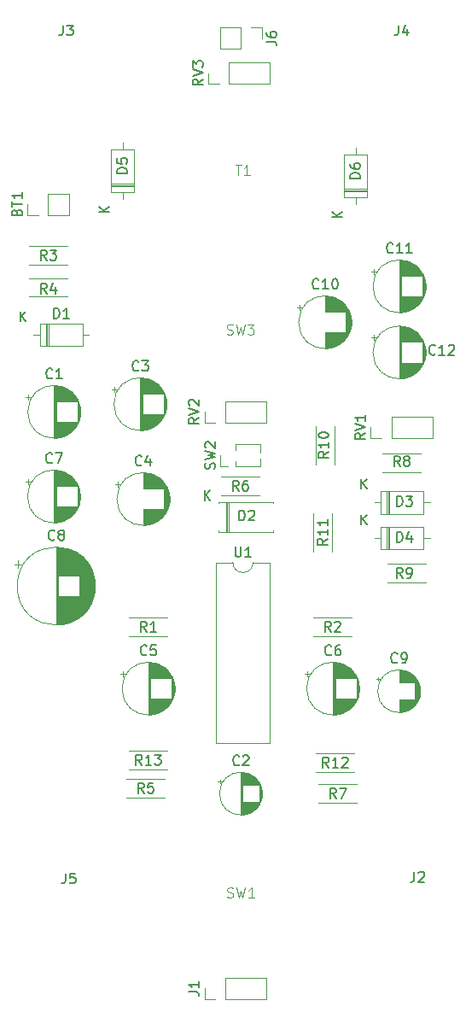
<source format=gbr>
%TF.GenerationSoftware,KiCad,Pcbnew,7.0.10-7.0.10~ubuntu22.04.1*%
%TF.CreationDate,2024-01-09T13:34:09+01:00*%
%TF.ProjectId,pedal,70656461-6c2e-46b6-9963-61645f706362,rev?*%
%TF.SameCoordinates,Original*%
%TF.FileFunction,Legend,Top*%
%TF.FilePolarity,Positive*%
%FSLAX46Y46*%
G04 Gerber Fmt 4.6, Leading zero omitted, Abs format (unit mm)*
G04 Created by KiCad (PCBNEW 7.0.10-7.0.10~ubuntu22.04.1) date 2024-01-09 13:34:09*
%MOMM*%
%LPD*%
G01*
G04 APERTURE LIST*
%ADD10C,0.150000*%
%ADD11C,0.100000*%
%ADD12C,0.120000*%
G04 APERTURE END LIST*
D10*
X87601466Y-127902419D02*
X87601466Y-128616704D01*
X87601466Y-128616704D02*
X87553847Y-128759561D01*
X87553847Y-128759561D02*
X87458609Y-128854800D01*
X87458609Y-128854800D02*
X87315752Y-128902419D01*
X87315752Y-128902419D02*
X87220514Y-128902419D01*
X88030038Y-127997657D02*
X88077657Y-127950038D01*
X88077657Y-127950038D02*
X88172895Y-127902419D01*
X88172895Y-127902419D02*
X88410990Y-127902419D01*
X88410990Y-127902419D02*
X88506228Y-127950038D01*
X88506228Y-127950038D02*
X88553847Y-127997657D01*
X88553847Y-127997657D02*
X88601466Y-128092895D01*
X88601466Y-128092895D02*
X88601466Y-128188133D01*
X88601466Y-128188133D02*
X88553847Y-128330990D01*
X88553847Y-128330990D02*
X87982419Y-128902419D01*
X87982419Y-128902419D02*
X88601466Y-128902419D01*
X72939619Y-45596133D02*
X73653904Y-45596133D01*
X73653904Y-45596133D02*
X73796761Y-45643752D01*
X73796761Y-45643752D02*
X73892000Y-45738990D01*
X73892000Y-45738990D02*
X73939619Y-45881847D01*
X73939619Y-45881847D02*
X73939619Y-45977085D01*
X72939619Y-44691371D02*
X72939619Y-44881847D01*
X72939619Y-44881847D02*
X72987238Y-44977085D01*
X72987238Y-44977085D02*
X73034857Y-45024704D01*
X73034857Y-45024704D02*
X73177714Y-45119942D01*
X73177714Y-45119942D02*
X73368190Y-45167561D01*
X73368190Y-45167561D02*
X73749142Y-45167561D01*
X73749142Y-45167561D02*
X73844380Y-45119942D01*
X73844380Y-45119942D02*
X73892000Y-45072323D01*
X73892000Y-45072323D02*
X73939619Y-44977085D01*
X73939619Y-44977085D02*
X73939619Y-44786609D01*
X73939619Y-44786609D02*
X73892000Y-44691371D01*
X73892000Y-44691371D02*
X73844380Y-44643752D01*
X73844380Y-44643752D02*
X73749142Y-44596133D01*
X73749142Y-44596133D02*
X73511047Y-44596133D01*
X73511047Y-44596133D02*
X73415809Y-44643752D01*
X73415809Y-44643752D02*
X73368190Y-44691371D01*
X73368190Y-44691371D02*
X73320571Y-44786609D01*
X73320571Y-44786609D02*
X73320571Y-44977085D01*
X73320571Y-44977085D02*
X73368190Y-45072323D01*
X73368190Y-45072323D02*
X73415809Y-45119942D01*
X73415809Y-45119942D02*
X73511047Y-45167561D01*
X70229505Y-93063219D02*
X70229505Y-92063219D01*
X70229505Y-92063219D02*
X70467600Y-92063219D01*
X70467600Y-92063219D02*
X70610457Y-92110838D01*
X70610457Y-92110838D02*
X70705695Y-92206076D01*
X70705695Y-92206076D02*
X70753314Y-92301314D01*
X70753314Y-92301314D02*
X70800933Y-92491790D01*
X70800933Y-92491790D02*
X70800933Y-92634647D01*
X70800933Y-92634647D02*
X70753314Y-92825123D01*
X70753314Y-92825123D02*
X70705695Y-92920361D01*
X70705695Y-92920361D02*
X70610457Y-93015600D01*
X70610457Y-93015600D02*
X70467600Y-93063219D01*
X70467600Y-93063219D02*
X70229505Y-93063219D01*
X71181886Y-92158457D02*
X71229505Y-92110838D01*
X71229505Y-92110838D02*
X71324743Y-92063219D01*
X71324743Y-92063219D02*
X71562838Y-92063219D01*
X71562838Y-92063219D02*
X71658076Y-92110838D01*
X71658076Y-92110838D02*
X71705695Y-92158457D01*
X71705695Y-92158457D02*
X71753314Y-92253695D01*
X71753314Y-92253695D02*
X71753314Y-92348933D01*
X71753314Y-92348933D02*
X71705695Y-92491790D01*
X71705695Y-92491790D02*
X71134267Y-93063219D01*
X71134267Y-93063219D02*
X71753314Y-93063219D01*
X66794095Y-91064819D02*
X66794095Y-90064819D01*
X67365523Y-91064819D02*
X66936952Y-90493390D01*
X67365523Y-90064819D02*
X66794095Y-90636247D01*
X51839905Y-73010819D02*
X51839905Y-72010819D01*
X51839905Y-72010819D02*
X52078000Y-72010819D01*
X52078000Y-72010819D02*
X52220857Y-72058438D01*
X52220857Y-72058438D02*
X52316095Y-72153676D01*
X52316095Y-72153676D02*
X52363714Y-72248914D01*
X52363714Y-72248914D02*
X52411333Y-72439390D01*
X52411333Y-72439390D02*
X52411333Y-72582247D01*
X52411333Y-72582247D02*
X52363714Y-72772723D01*
X52363714Y-72772723D02*
X52316095Y-72867961D01*
X52316095Y-72867961D02*
X52220857Y-72963200D01*
X52220857Y-72963200D02*
X52078000Y-73010819D01*
X52078000Y-73010819D02*
X51839905Y-73010819D01*
X53363714Y-73010819D02*
X52792286Y-73010819D01*
X53078000Y-73010819D02*
X53078000Y-72010819D01*
X53078000Y-72010819D02*
X52982762Y-72153676D01*
X52982762Y-72153676D02*
X52887524Y-72248914D01*
X52887524Y-72248914D02*
X52792286Y-72296533D01*
X48506095Y-73330819D02*
X48506095Y-72330819D01*
X49077523Y-73330819D02*
X48648952Y-72759390D01*
X49077523Y-72330819D02*
X48506095Y-72902247D01*
X60265333Y-78143580D02*
X60217714Y-78191200D01*
X60217714Y-78191200D02*
X60074857Y-78238819D01*
X60074857Y-78238819D02*
X59979619Y-78238819D01*
X59979619Y-78238819D02*
X59836762Y-78191200D01*
X59836762Y-78191200D02*
X59741524Y-78095961D01*
X59741524Y-78095961D02*
X59693905Y-78000723D01*
X59693905Y-78000723D02*
X59646286Y-77810247D01*
X59646286Y-77810247D02*
X59646286Y-77667390D01*
X59646286Y-77667390D02*
X59693905Y-77476914D01*
X59693905Y-77476914D02*
X59741524Y-77381676D01*
X59741524Y-77381676D02*
X59836762Y-77286438D01*
X59836762Y-77286438D02*
X59979619Y-77238819D01*
X59979619Y-77238819D02*
X60074857Y-77238819D01*
X60074857Y-77238819D02*
X60217714Y-77286438D01*
X60217714Y-77286438D02*
X60265333Y-77334057D01*
X60598667Y-77238819D02*
X61217714Y-77238819D01*
X61217714Y-77238819D02*
X60884381Y-77619771D01*
X60884381Y-77619771D02*
X61027238Y-77619771D01*
X61027238Y-77619771D02*
X61122476Y-77667390D01*
X61122476Y-77667390D02*
X61170095Y-77715009D01*
X61170095Y-77715009D02*
X61217714Y-77810247D01*
X61217714Y-77810247D02*
X61217714Y-78048342D01*
X61217714Y-78048342D02*
X61170095Y-78143580D01*
X61170095Y-78143580D02*
X61122476Y-78191200D01*
X61122476Y-78191200D02*
X61027238Y-78238819D01*
X61027238Y-78238819D02*
X60741524Y-78238819D01*
X60741524Y-78238819D02*
X60646286Y-78191200D01*
X60646286Y-78191200D02*
X60598667Y-78143580D01*
X70240233Y-117251580D02*
X70192614Y-117299200D01*
X70192614Y-117299200D02*
X70049757Y-117346819D01*
X70049757Y-117346819D02*
X69954519Y-117346819D01*
X69954519Y-117346819D02*
X69811662Y-117299200D01*
X69811662Y-117299200D02*
X69716424Y-117203961D01*
X69716424Y-117203961D02*
X69668805Y-117108723D01*
X69668805Y-117108723D02*
X69621186Y-116918247D01*
X69621186Y-116918247D02*
X69621186Y-116775390D01*
X69621186Y-116775390D02*
X69668805Y-116584914D01*
X69668805Y-116584914D02*
X69716424Y-116489676D01*
X69716424Y-116489676D02*
X69811662Y-116394438D01*
X69811662Y-116394438D02*
X69954519Y-116346819D01*
X69954519Y-116346819D02*
X70049757Y-116346819D01*
X70049757Y-116346819D02*
X70192614Y-116394438D01*
X70192614Y-116394438D02*
X70240233Y-116442057D01*
X70621186Y-116442057D02*
X70668805Y-116394438D01*
X70668805Y-116394438D02*
X70764043Y-116346819D01*
X70764043Y-116346819D02*
X71002138Y-116346819D01*
X71002138Y-116346819D02*
X71097376Y-116394438D01*
X71097376Y-116394438D02*
X71144995Y-116442057D01*
X71144995Y-116442057D02*
X71192614Y-116537295D01*
X71192614Y-116537295D02*
X71192614Y-116632533D01*
X71192614Y-116632533D02*
X71144995Y-116775390D01*
X71144995Y-116775390D02*
X70573567Y-117346819D01*
X70573567Y-117346819D02*
X71192614Y-117346819D01*
X51716933Y-78905580D02*
X51669314Y-78953200D01*
X51669314Y-78953200D02*
X51526457Y-79000819D01*
X51526457Y-79000819D02*
X51431219Y-79000819D01*
X51431219Y-79000819D02*
X51288362Y-78953200D01*
X51288362Y-78953200D02*
X51193124Y-78857961D01*
X51193124Y-78857961D02*
X51145505Y-78762723D01*
X51145505Y-78762723D02*
X51097886Y-78572247D01*
X51097886Y-78572247D02*
X51097886Y-78429390D01*
X51097886Y-78429390D02*
X51145505Y-78238914D01*
X51145505Y-78238914D02*
X51193124Y-78143676D01*
X51193124Y-78143676D02*
X51288362Y-78048438D01*
X51288362Y-78048438D02*
X51431219Y-78000819D01*
X51431219Y-78000819D02*
X51526457Y-78000819D01*
X51526457Y-78000819D02*
X51669314Y-78048438D01*
X51669314Y-78048438D02*
X51716933Y-78096057D01*
X52669314Y-79000819D02*
X52097886Y-79000819D01*
X52383600Y-79000819D02*
X52383600Y-78000819D01*
X52383600Y-78000819D02*
X52288362Y-78143676D01*
X52288362Y-78143676D02*
X52193124Y-78238914D01*
X52193124Y-78238914D02*
X52097886Y-78286533D01*
X78990819Y-94876857D02*
X78514628Y-95210190D01*
X78990819Y-95448285D02*
X77990819Y-95448285D01*
X77990819Y-95448285D02*
X77990819Y-95067333D01*
X77990819Y-95067333D02*
X78038438Y-94972095D01*
X78038438Y-94972095D02*
X78086057Y-94924476D01*
X78086057Y-94924476D02*
X78181295Y-94876857D01*
X78181295Y-94876857D02*
X78324152Y-94876857D01*
X78324152Y-94876857D02*
X78419390Y-94924476D01*
X78419390Y-94924476D02*
X78467009Y-94972095D01*
X78467009Y-94972095D02*
X78514628Y-95067333D01*
X78514628Y-95067333D02*
X78514628Y-95448285D01*
X78990819Y-93924476D02*
X78990819Y-94495904D01*
X78990819Y-94210190D02*
X77990819Y-94210190D01*
X77990819Y-94210190D02*
X78133676Y-94305428D01*
X78133676Y-94305428D02*
X78228914Y-94400666D01*
X78228914Y-94400666D02*
X78276533Y-94495904D01*
X78990819Y-92972095D02*
X78990819Y-93543523D01*
X78990819Y-93257809D02*
X77990819Y-93257809D01*
X77990819Y-93257809D02*
X78133676Y-93353047D01*
X78133676Y-93353047D02*
X78228914Y-93448285D01*
X78228914Y-93448285D02*
X78276533Y-93543523D01*
X66244819Y-82891238D02*
X65768628Y-83224571D01*
X66244819Y-83462666D02*
X65244819Y-83462666D01*
X65244819Y-83462666D02*
X65244819Y-83081714D01*
X65244819Y-83081714D02*
X65292438Y-82986476D01*
X65292438Y-82986476D02*
X65340057Y-82938857D01*
X65340057Y-82938857D02*
X65435295Y-82891238D01*
X65435295Y-82891238D02*
X65578152Y-82891238D01*
X65578152Y-82891238D02*
X65673390Y-82938857D01*
X65673390Y-82938857D02*
X65721009Y-82986476D01*
X65721009Y-82986476D02*
X65768628Y-83081714D01*
X65768628Y-83081714D02*
X65768628Y-83462666D01*
X65244819Y-82605523D02*
X66244819Y-82272190D01*
X66244819Y-82272190D02*
X65244819Y-81938857D01*
X65340057Y-81653142D02*
X65292438Y-81605523D01*
X65292438Y-81605523D02*
X65244819Y-81510285D01*
X65244819Y-81510285D02*
X65244819Y-81272190D01*
X65244819Y-81272190D02*
X65292438Y-81176952D01*
X65292438Y-81176952D02*
X65340057Y-81129333D01*
X65340057Y-81129333D02*
X65435295Y-81081714D01*
X65435295Y-81081714D02*
X65530533Y-81081714D01*
X65530533Y-81081714D02*
X65673390Y-81129333D01*
X65673390Y-81129333D02*
X66244819Y-81700761D01*
X66244819Y-81700761D02*
X66244819Y-81081714D01*
X85483142Y-66459580D02*
X85435523Y-66507200D01*
X85435523Y-66507200D02*
X85292666Y-66554819D01*
X85292666Y-66554819D02*
X85197428Y-66554819D01*
X85197428Y-66554819D02*
X85054571Y-66507200D01*
X85054571Y-66507200D02*
X84959333Y-66411961D01*
X84959333Y-66411961D02*
X84911714Y-66316723D01*
X84911714Y-66316723D02*
X84864095Y-66126247D01*
X84864095Y-66126247D02*
X84864095Y-65983390D01*
X84864095Y-65983390D02*
X84911714Y-65792914D01*
X84911714Y-65792914D02*
X84959333Y-65697676D01*
X84959333Y-65697676D02*
X85054571Y-65602438D01*
X85054571Y-65602438D02*
X85197428Y-65554819D01*
X85197428Y-65554819D02*
X85292666Y-65554819D01*
X85292666Y-65554819D02*
X85435523Y-65602438D01*
X85435523Y-65602438D02*
X85483142Y-65650057D01*
X86435523Y-66554819D02*
X85864095Y-66554819D01*
X86149809Y-66554819D02*
X86149809Y-65554819D01*
X86149809Y-65554819D02*
X86054571Y-65697676D01*
X86054571Y-65697676D02*
X85959333Y-65792914D01*
X85959333Y-65792914D02*
X85864095Y-65840533D01*
X87387904Y-66554819D02*
X86816476Y-66554819D01*
X87102190Y-66554819D02*
X87102190Y-65554819D01*
X87102190Y-65554819D02*
X87006952Y-65697676D01*
X87006952Y-65697676D02*
X86911714Y-65792914D01*
X86911714Y-65792914D02*
X86816476Y-65840533D01*
X86447333Y-98752819D02*
X86114000Y-98276628D01*
X85875905Y-98752819D02*
X85875905Y-97752819D01*
X85875905Y-97752819D02*
X86256857Y-97752819D01*
X86256857Y-97752819D02*
X86352095Y-97800438D01*
X86352095Y-97800438D02*
X86399714Y-97848057D01*
X86399714Y-97848057D02*
X86447333Y-97943295D01*
X86447333Y-97943295D02*
X86447333Y-98086152D01*
X86447333Y-98086152D02*
X86399714Y-98181390D01*
X86399714Y-98181390D02*
X86352095Y-98229009D01*
X86352095Y-98229009D02*
X86256857Y-98276628D01*
X86256857Y-98276628D02*
X85875905Y-98276628D01*
X86923524Y-98752819D02*
X87114000Y-98752819D01*
X87114000Y-98752819D02*
X87209238Y-98705200D01*
X87209238Y-98705200D02*
X87256857Y-98657580D01*
X87256857Y-98657580D02*
X87352095Y-98514723D01*
X87352095Y-98514723D02*
X87399714Y-98324247D01*
X87399714Y-98324247D02*
X87399714Y-97943295D01*
X87399714Y-97943295D02*
X87352095Y-97848057D01*
X87352095Y-97848057D02*
X87304476Y-97800438D01*
X87304476Y-97800438D02*
X87209238Y-97752819D01*
X87209238Y-97752819D02*
X87018762Y-97752819D01*
X87018762Y-97752819D02*
X86923524Y-97800438D01*
X86923524Y-97800438D02*
X86875905Y-97848057D01*
X86875905Y-97848057D02*
X86828286Y-97943295D01*
X86828286Y-97943295D02*
X86828286Y-98181390D01*
X86828286Y-98181390D02*
X86875905Y-98276628D01*
X86875905Y-98276628D02*
X86923524Y-98324247D01*
X86923524Y-98324247D02*
X87018762Y-98371866D01*
X87018762Y-98371866D02*
X87209238Y-98371866D01*
X87209238Y-98371866D02*
X87304476Y-98324247D01*
X87304476Y-98324247D02*
X87352095Y-98276628D01*
X87352095Y-98276628D02*
X87399714Y-98181390D01*
D11*
X69024667Y-74585800D02*
X69167524Y-74633419D01*
X69167524Y-74633419D02*
X69405619Y-74633419D01*
X69405619Y-74633419D02*
X69500857Y-74585800D01*
X69500857Y-74585800D02*
X69548476Y-74538180D01*
X69548476Y-74538180D02*
X69596095Y-74442942D01*
X69596095Y-74442942D02*
X69596095Y-74347704D01*
X69596095Y-74347704D02*
X69548476Y-74252466D01*
X69548476Y-74252466D02*
X69500857Y-74204847D01*
X69500857Y-74204847D02*
X69405619Y-74157228D01*
X69405619Y-74157228D02*
X69215143Y-74109609D01*
X69215143Y-74109609D02*
X69119905Y-74061990D01*
X69119905Y-74061990D02*
X69072286Y-74014371D01*
X69072286Y-74014371D02*
X69024667Y-73919133D01*
X69024667Y-73919133D02*
X69024667Y-73823895D01*
X69024667Y-73823895D02*
X69072286Y-73728657D01*
X69072286Y-73728657D02*
X69119905Y-73681038D01*
X69119905Y-73681038D02*
X69215143Y-73633419D01*
X69215143Y-73633419D02*
X69453238Y-73633419D01*
X69453238Y-73633419D02*
X69596095Y-73681038D01*
X69929429Y-73633419D02*
X70167524Y-74633419D01*
X70167524Y-74633419D02*
X70358000Y-73919133D01*
X70358000Y-73919133D02*
X70548476Y-74633419D01*
X70548476Y-74633419D02*
X70786572Y-73633419D01*
X71072286Y-73633419D02*
X71691333Y-73633419D01*
X71691333Y-73633419D02*
X71358000Y-74014371D01*
X71358000Y-74014371D02*
X71500857Y-74014371D01*
X71500857Y-74014371D02*
X71596095Y-74061990D01*
X71596095Y-74061990D02*
X71643714Y-74109609D01*
X71643714Y-74109609D02*
X71691333Y-74204847D01*
X71691333Y-74204847D02*
X71691333Y-74442942D01*
X71691333Y-74442942D02*
X71643714Y-74538180D01*
X71643714Y-74538180D02*
X71596095Y-74585800D01*
X71596095Y-74585800D02*
X71500857Y-74633419D01*
X71500857Y-74633419D02*
X71215143Y-74633419D01*
X71215143Y-74633419D02*
X71119905Y-74585800D01*
X71119905Y-74585800D02*
X71072286Y-74538180D01*
X69862795Y-57821919D02*
X70434223Y-57821919D01*
X70148509Y-58821919D02*
X70148509Y-57821919D01*
X71291366Y-58821919D02*
X70719938Y-58821919D01*
X71005652Y-58821919D02*
X71005652Y-57821919D01*
X71005652Y-57821919D02*
X70910414Y-57964776D01*
X70910414Y-57964776D02*
X70815176Y-58060014D01*
X70815176Y-58060014D02*
X70719938Y-58107633D01*
D10*
X51923333Y-94927580D02*
X51875714Y-94975200D01*
X51875714Y-94975200D02*
X51732857Y-95022819D01*
X51732857Y-95022819D02*
X51637619Y-95022819D01*
X51637619Y-95022819D02*
X51494762Y-94975200D01*
X51494762Y-94975200D02*
X51399524Y-94879961D01*
X51399524Y-94879961D02*
X51351905Y-94784723D01*
X51351905Y-94784723D02*
X51304286Y-94594247D01*
X51304286Y-94594247D02*
X51304286Y-94451390D01*
X51304286Y-94451390D02*
X51351905Y-94260914D01*
X51351905Y-94260914D02*
X51399524Y-94165676D01*
X51399524Y-94165676D02*
X51494762Y-94070438D01*
X51494762Y-94070438D02*
X51637619Y-94022819D01*
X51637619Y-94022819D02*
X51732857Y-94022819D01*
X51732857Y-94022819D02*
X51875714Y-94070438D01*
X51875714Y-94070438D02*
X51923333Y-94118057D01*
X52494762Y-94451390D02*
X52399524Y-94403771D01*
X52399524Y-94403771D02*
X52351905Y-94356152D01*
X52351905Y-94356152D02*
X52304286Y-94260914D01*
X52304286Y-94260914D02*
X52304286Y-94213295D01*
X52304286Y-94213295D02*
X52351905Y-94118057D01*
X52351905Y-94118057D02*
X52399524Y-94070438D01*
X52399524Y-94070438D02*
X52494762Y-94022819D01*
X52494762Y-94022819D02*
X52685238Y-94022819D01*
X52685238Y-94022819D02*
X52780476Y-94070438D01*
X52780476Y-94070438D02*
X52828095Y-94118057D01*
X52828095Y-94118057D02*
X52875714Y-94213295D01*
X52875714Y-94213295D02*
X52875714Y-94260914D01*
X52875714Y-94260914D02*
X52828095Y-94356152D01*
X52828095Y-94356152D02*
X52780476Y-94403771D01*
X52780476Y-94403771D02*
X52685238Y-94451390D01*
X52685238Y-94451390D02*
X52494762Y-94451390D01*
X52494762Y-94451390D02*
X52399524Y-94499009D01*
X52399524Y-94499009D02*
X52351905Y-94546628D01*
X52351905Y-94546628D02*
X52304286Y-94641866D01*
X52304286Y-94641866D02*
X52304286Y-94832342D01*
X52304286Y-94832342D02*
X52351905Y-94927580D01*
X52351905Y-94927580D02*
X52399524Y-94975200D01*
X52399524Y-94975200D02*
X52494762Y-95022819D01*
X52494762Y-95022819D02*
X52685238Y-95022819D01*
X52685238Y-95022819D02*
X52780476Y-94975200D01*
X52780476Y-94975200D02*
X52828095Y-94927580D01*
X52828095Y-94927580D02*
X52875714Y-94832342D01*
X52875714Y-94832342D02*
X52875714Y-94641866D01*
X52875714Y-94641866D02*
X52828095Y-94546628D01*
X52828095Y-94546628D02*
X52780476Y-94499009D01*
X52780476Y-94499009D02*
X52685238Y-94451390D01*
X79335333Y-104086819D02*
X79002000Y-103610628D01*
X78763905Y-104086819D02*
X78763905Y-103086819D01*
X78763905Y-103086819D02*
X79144857Y-103086819D01*
X79144857Y-103086819D02*
X79240095Y-103134438D01*
X79240095Y-103134438D02*
X79287714Y-103182057D01*
X79287714Y-103182057D02*
X79335333Y-103277295D01*
X79335333Y-103277295D02*
X79335333Y-103420152D01*
X79335333Y-103420152D02*
X79287714Y-103515390D01*
X79287714Y-103515390D02*
X79240095Y-103563009D01*
X79240095Y-103563009D02*
X79144857Y-103610628D01*
X79144857Y-103610628D02*
X78763905Y-103610628D01*
X79716286Y-103182057D02*
X79763905Y-103134438D01*
X79763905Y-103134438D02*
X79859143Y-103086819D01*
X79859143Y-103086819D02*
X80097238Y-103086819D01*
X80097238Y-103086819D02*
X80192476Y-103134438D01*
X80192476Y-103134438D02*
X80240095Y-103182057D01*
X80240095Y-103182057D02*
X80287714Y-103277295D01*
X80287714Y-103277295D02*
X80287714Y-103372533D01*
X80287714Y-103372533D02*
X80240095Y-103515390D01*
X80240095Y-103515390D02*
X79668667Y-104086819D01*
X79668667Y-104086819D02*
X80287714Y-104086819D01*
X69850095Y-95676819D02*
X69850095Y-96486342D01*
X69850095Y-96486342D02*
X69897714Y-96581580D01*
X69897714Y-96581580D02*
X69945333Y-96629200D01*
X69945333Y-96629200D02*
X70040571Y-96676819D01*
X70040571Y-96676819D02*
X70231047Y-96676819D01*
X70231047Y-96676819D02*
X70326285Y-96629200D01*
X70326285Y-96629200D02*
X70373904Y-96581580D01*
X70373904Y-96581580D02*
X70421523Y-96486342D01*
X70421523Y-96486342D02*
X70421523Y-95676819D01*
X71421523Y-96676819D02*
X70850095Y-96676819D01*
X71135809Y-96676819D02*
X71135809Y-95676819D01*
X71135809Y-95676819D02*
X71040571Y-95819676D01*
X71040571Y-95819676D02*
X70945333Y-95914914D01*
X70945333Y-95914914D02*
X70850095Y-95962533D01*
X51141333Y-70558819D02*
X50808000Y-70082628D01*
X50569905Y-70558819D02*
X50569905Y-69558819D01*
X50569905Y-69558819D02*
X50950857Y-69558819D01*
X50950857Y-69558819D02*
X51046095Y-69606438D01*
X51046095Y-69606438D02*
X51093714Y-69654057D01*
X51093714Y-69654057D02*
X51141333Y-69749295D01*
X51141333Y-69749295D02*
X51141333Y-69892152D01*
X51141333Y-69892152D02*
X51093714Y-69987390D01*
X51093714Y-69987390D02*
X51046095Y-70035009D01*
X51046095Y-70035009D02*
X50950857Y-70082628D01*
X50950857Y-70082628D02*
X50569905Y-70082628D01*
X51998476Y-69892152D02*
X51998476Y-70558819D01*
X51760381Y-69511200D02*
X51522286Y-70225485D01*
X51522286Y-70225485D02*
X52141333Y-70225485D01*
X79380233Y-106337580D02*
X79332614Y-106385200D01*
X79332614Y-106385200D02*
X79189757Y-106432819D01*
X79189757Y-106432819D02*
X79094519Y-106432819D01*
X79094519Y-106432819D02*
X78951662Y-106385200D01*
X78951662Y-106385200D02*
X78856424Y-106289961D01*
X78856424Y-106289961D02*
X78808805Y-106194723D01*
X78808805Y-106194723D02*
X78761186Y-106004247D01*
X78761186Y-106004247D02*
X78761186Y-105861390D01*
X78761186Y-105861390D02*
X78808805Y-105670914D01*
X78808805Y-105670914D02*
X78856424Y-105575676D01*
X78856424Y-105575676D02*
X78951662Y-105480438D01*
X78951662Y-105480438D02*
X79094519Y-105432819D01*
X79094519Y-105432819D02*
X79189757Y-105432819D01*
X79189757Y-105432819D02*
X79332614Y-105480438D01*
X79332614Y-105480438D02*
X79380233Y-105528057D01*
X80237376Y-105432819D02*
X80046900Y-105432819D01*
X80046900Y-105432819D02*
X79951662Y-105480438D01*
X79951662Y-105480438D02*
X79904043Y-105528057D01*
X79904043Y-105528057D02*
X79808805Y-105670914D01*
X79808805Y-105670914D02*
X79761186Y-105861390D01*
X79761186Y-105861390D02*
X79761186Y-106242342D01*
X79761186Y-106242342D02*
X79808805Y-106337580D01*
X79808805Y-106337580D02*
X79856424Y-106385200D01*
X79856424Y-106385200D02*
X79951662Y-106432819D01*
X79951662Y-106432819D02*
X80142138Y-106432819D01*
X80142138Y-106432819D02*
X80237376Y-106385200D01*
X80237376Y-106385200D02*
X80284995Y-106337580D01*
X80284995Y-106337580D02*
X80332614Y-106242342D01*
X80332614Y-106242342D02*
X80332614Y-106004247D01*
X80332614Y-106004247D02*
X80284995Y-105909009D01*
X80284995Y-105909009D02*
X80237376Y-105861390D01*
X80237376Y-105861390D02*
X80142138Y-105813771D01*
X80142138Y-105813771D02*
X79951662Y-105813771D01*
X79951662Y-105813771D02*
X79856424Y-105861390D01*
X79856424Y-105861390D02*
X79808805Y-105909009D01*
X79808805Y-105909009D02*
X79761186Y-106004247D01*
X52752666Y-43980819D02*
X52752666Y-44695104D01*
X52752666Y-44695104D02*
X52705047Y-44837961D01*
X52705047Y-44837961D02*
X52609809Y-44933200D01*
X52609809Y-44933200D02*
X52466952Y-44980819D01*
X52466952Y-44980819D02*
X52371714Y-44980819D01*
X53133619Y-43980819D02*
X53752666Y-43980819D01*
X53752666Y-43980819D02*
X53419333Y-44361771D01*
X53419333Y-44361771D02*
X53562190Y-44361771D01*
X53562190Y-44361771D02*
X53657428Y-44409390D01*
X53657428Y-44409390D02*
X53705047Y-44457009D01*
X53705047Y-44457009D02*
X53752666Y-44552247D01*
X53752666Y-44552247D02*
X53752666Y-44790342D01*
X53752666Y-44790342D02*
X53705047Y-44885580D01*
X53705047Y-44885580D02*
X53657428Y-44933200D01*
X53657428Y-44933200D02*
X53562190Y-44980819D01*
X53562190Y-44980819D02*
X53276476Y-44980819D01*
X53276476Y-44980819D02*
X53181238Y-44933200D01*
X53181238Y-44933200D02*
X53133619Y-44885580D01*
X51141333Y-67256819D02*
X50808000Y-66780628D01*
X50569905Y-67256819D02*
X50569905Y-66256819D01*
X50569905Y-66256819D02*
X50950857Y-66256819D01*
X50950857Y-66256819D02*
X51046095Y-66304438D01*
X51046095Y-66304438D02*
X51093714Y-66352057D01*
X51093714Y-66352057D02*
X51141333Y-66447295D01*
X51141333Y-66447295D02*
X51141333Y-66590152D01*
X51141333Y-66590152D02*
X51093714Y-66685390D01*
X51093714Y-66685390D02*
X51046095Y-66733009D01*
X51046095Y-66733009D02*
X50950857Y-66780628D01*
X50950857Y-66780628D02*
X50569905Y-66780628D01*
X51474667Y-66256819D02*
X52093714Y-66256819D01*
X52093714Y-66256819D02*
X51760381Y-66637771D01*
X51760381Y-66637771D02*
X51903238Y-66637771D01*
X51903238Y-66637771D02*
X51998476Y-66685390D01*
X51998476Y-66685390D02*
X52046095Y-66733009D01*
X52046095Y-66733009D02*
X52093714Y-66828247D01*
X52093714Y-66828247D02*
X52093714Y-67066342D01*
X52093714Y-67066342D02*
X52046095Y-67161580D01*
X52046095Y-67161580D02*
X51998476Y-67209200D01*
X51998476Y-67209200D02*
X51903238Y-67256819D01*
X51903238Y-67256819D02*
X51617524Y-67256819D01*
X51617524Y-67256819D02*
X51522286Y-67209200D01*
X51522286Y-67209200D02*
X51474667Y-67161580D01*
X65244819Y-139779333D02*
X65959104Y-139779333D01*
X65959104Y-139779333D02*
X66101961Y-139826952D01*
X66101961Y-139826952D02*
X66197200Y-139922190D01*
X66197200Y-139922190D02*
X66244819Y-140065047D01*
X66244819Y-140065047D02*
X66244819Y-140160285D01*
X66244819Y-138779333D02*
X66244819Y-139350761D01*
X66244819Y-139065047D02*
X65244819Y-139065047D01*
X65244819Y-139065047D02*
X65387676Y-139160285D01*
X65387676Y-139160285D02*
X65482914Y-139255523D01*
X65482914Y-139255523D02*
X65530533Y-139350761D01*
X89679542Y-76559580D02*
X89631923Y-76607200D01*
X89631923Y-76607200D02*
X89489066Y-76654819D01*
X89489066Y-76654819D02*
X89393828Y-76654819D01*
X89393828Y-76654819D02*
X89250971Y-76607200D01*
X89250971Y-76607200D02*
X89155733Y-76511961D01*
X89155733Y-76511961D02*
X89108114Y-76416723D01*
X89108114Y-76416723D02*
X89060495Y-76226247D01*
X89060495Y-76226247D02*
X89060495Y-76083390D01*
X89060495Y-76083390D02*
X89108114Y-75892914D01*
X89108114Y-75892914D02*
X89155733Y-75797676D01*
X89155733Y-75797676D02*
X89250971Y-75702438D01*
X89250971Y-75702438D02*
X89393828Y-75654819D01*
X89393828Y-75654819D02*
X89489066Y-75654819D01*
X89489066Y-75654819D02*
X89631923Y-75702438D01*
X89631923Y-75702438D02*
X89679542Y-75750057D01*
X90631923Y-76654819D02*
X90060495Y-76654819D01*
X90346209Y-76654819D02*
X90346209Y-75654819D01*
X90346209Y-75654819D02*
X90250971Y-75797676D01*
X90250971Y-75797676D02*
X90155733Y-75892914D01*
X90155733Y-75892914D02*
X90060495Y-75940533D01*
X91012876Y-75750057D02*
X91060495Y-75702438D01*
X91060495Y-75702438D02*
X91155733Y-75654819D01*
X91155733Y-75654819D02*
X91393828Y-75654819D01*
X91393828Y-75654819D02*
X91489066Y-75702438D01*
X91489066Y-75702438D02*
X91536685Y-75750057D01*
X91536685Y-75750057D02*
X91584304Y-75845295D01*
X91584304Y-75845295D02*
X91584304Y-75940533D01*
X91584304Y-75940533D02*
X91536685Y-76083390D01*
X91536685Y-76083390D02*
X90965257Y-76654819D01*
X90965257Y-76654819D02*
X91584304Y-76654819D01*
X48163009Y-62507714D02*
X48210628Y-62364857D01*
X48210628Y-62364857D02*
X48258247Y-62317238D01*
X48258247Y-62317238D02*
X48353485Y-62269619D01*
X48353485Y-62269619D02*
X48496342Y-62269619D01*
X48496342Y-62269619D02*
X48591580Y-62317238D01*
X48591580Y-62317238D02*
X48639200Y-62364857D01*
X48639200Y-62364857D02*
X48686819Y-62460095D01*
X48686819Y-62460095D02*
X48686819Y-62841047D01*
X48686819Y-62841047D02*
X47686819Y-62841047D01*
X47686819Y-62841047D02*
X47686819Y-62507714D01*
X47686819Y-62507714D02*
X47734438Y-62412476D01*
X47734438Y-62412476D02*
X47782057Y-62364857D01*
X47782057Y-62364857D02*
X47877295Y-62317238D01*
X47877295Y-62317238D02*
X47972533Y-62317238D01*
X47972533Y-62317238D02*
X48067771Y-62364857D01*
X48067771Y-62364857D02*
X48115390Y-62412476D01*
X48115390Y-62412476D02*
X48163009Y-62507714D01*
X48163009Y-62507714D02*
X48163009Y-62841047D01*
X47686819Y-61983904D02*
X47686819Y-61412476D01*
X48686819Y-61698190D02*
X47686819Y-61698190D01*
X48686819Y-60555333D02*
X48686819Y-61126761D01*
X48686819Y-60841047D02*
X47686819Y-60841047D01*
X47686819Y-60841047D02*
X47829676Y-60936285D01*
X47829676Y-60936285D02*
X47924914Y-61031523D01*
X47924914Y-61031523D02*
X47972533Y-61126761D01*
X82242819Y-59158094D02*
X81242819Y-59158094D01*
X81242819Y-59158094D02*
X81242819Y-58919999D01*
X81242819Y-58919999D02*
X81290438Y-58777142D01*
X81290438Y-58777142D02*
X81385676Y-58681904D01*
X81385676Y-58681904D02*
X81480914Y-58634285D01*
X81480914Y-58634285D02*
X81671390Y-58586666D01*
X81671390Y-58586666D02*
X81814247Y-58586666D01*
X81814247Y-58586666D02*
X82004723Y-58634285D01*
X82004723Y-58634285D02*
X82099961Y-58681904D01*
X82099961Y-58681904D02*
X82195200Y-58777142D01*
X82195200Y-58777142D02*
X82242819Y-58919999D01*
X82242819Y-58919999D02*
X82242819Y-59158094D01*
X81242819Y-57729523D02*
X81242819Y-57919999D01*
X81242819Y-57919999D02*
X81290438Y-58015237D01*
X81290438Y-58015237D02*
X81338057Y-58062856D01*
X81338057Y-58062856D02*
X81480914Y-58158094D01*
X81480914Y-58158094D02*
X81671390Y-58205713D01*
X81671390Y-58205713D02*
X82052342Y-58205713D01*
X82052342Y-58205713D02*
X82147580Y-58158094D01*
X82147580Y-58158094D02*
X82195200Y-58110475D01*
X82195200Y-58110475D02*
X82242819Y-58015237D01*
X82242819Y-58015237D02*
X82242819Y-57824761D01*
X82242819Y-57824761D02*
X82195200Y-57729523D01*
X82195200Y-57729523D02*
X82147580Y-57681904D01*
X82147580Y-57681904D02*
X82052342Y-57634285D01*
X82052342Y-57634285D02*
X81814247Y-57634285D01*
X81814247Y-57634285D02*
X81719009Y-57681904D01*
X81719009Y-57681904D02*
X81671390Y-57729523D01*
X81671390Y-57729523D02*
X81623771Y-57824761D01*
X81623771Y-57824761D02*
X81623771Y-58015237D01*
X81623771Y-58015237D02*
X81671390Y-58110475D01*
X81671390Y-58110475D02*
X81719009Y-58158094D01*
X81719009Y-58158094D02*
X81814247Y-58205713D01*
X80442819Y-62999904D02*
X79442819Y-62999904D01*
X80442819Y-62428476D02*
X79871390Y-62857047D01*
X79442819Y-62428476D02*
X80014247Y-62999904D01*
X60793333Y-120088819D02*
X60460000Y-119612628D01*
X60221905Y-120088819D02*
X60221905Y-119088819D01*
X60221905Y-119088819D02*
X60602857Y-119088819D01*
X60602857Y-119088819D02*
X60698095Y-119136438D01*
X60698095Y-119136438D02*
X60745714Y-119184057D01*
X60745714Y-119184057D02*
X60793333Y-119279295D01*
X60793333Y-119279295D02*
X60793333Y-119422152D01*
X60793333Y-119422152D02*
X60745714Y-119517390D01*
X60745714Y-119517390D02*
X60698095Y-119565009D01*
X60698095Y-119565009D02*
X60602857Y-119612628D01*
X60602857Y-119612628D02*
X60221905Y-119612628D01*
X61698095Y-119088819D02*
X61221905Y-119088819D01*
X61221905Y-119088819D02*
X61174286Y-119565009D01*
X61174286Y-119565009D02*
X61221905Y-119517390D01*
X61221905Y-119517390D02*
X61317143Y-119469771D01*
X61317143Y-119469771D02*
X61555238Y-119469771D01*
X61555238Y-119469771D02*
X61650476Y-119517390D01*
X61650476Y-119517390D02*
X61698095Y-119565009D01*
X61698095Y-119565009D02*
X61745714Y-119660247D01*
X61745714Y-119660247D02*
X61745714Y-119898342D01*
X61745714Y-119898342D02*
X61698095Y-119993580D01*
X61698095Y-119993580D02*
X61650476Y-120041200D01*
X61650476Y-120041200D02*
X61555238Y-120088819D01*
X61555238Y-120088819D02*
X61317143Y-120088819D01*
X61317143Y-120088819D02*
X61221905Y-120041200D01*
X61221905Y-120041200D02*
X61174286Y-119993580D01*
X79113142Y-117548819D02*
X78779809Y-117072628D01*
X78541714Y-117548819D02*
X78541714Y-116548819D01*
X78541714Y-116548819D02*
X78922666Y-116548819D01*
X78922666Y-116548819D02*
X79017904Y-116596438D01*
X79017904Y-116596438D02*
X79065523Y-116644057D01*
X79065523Y-116644057D02*
X79113142Y-116739295D01*
X79113142Y-116739295D02*
X79113142Y-116882152D01*
X79113142Y-116882152D02*
X79065523Y-116977390D01*
X79065523Y-116977390D02*
X79017904Y-117025009D01*
X79017904Y-117025009D02*
X78922666Y-117072628D01*
X78922666Y-117072628D02*
X78541714Y-117072628D01*
X80065523Y-117548819D02*
X79494095Y-117548819D01*
X79779809Y-117548819D02*
X79779809Y-116548819D01*
X79779809Y-116548819D02*
X79684571Y-116691676D01*
X79684571Y-116691676D02*
X79589333Y-116786914D01*
X79589333Y-116786914D02*
X79494095Y-116834533D01*
X80446476Y-116644057D02*
X80494095Y-116596438D01*
X80494095Y-116596438D02*
X80589333Y-116548819D01*
X80589333Y-116548819D02*
X80827428Y-116548819D01*
X80827428Y-116548819D02*
X80922666Y-116596438D01*
X80922666Y-116596438D02*
X80970285Y-116644057D01*
X80970285Y-116644057D02*
X81017904Y-116739295D01*
X81017904Y-116739295D02*
X81017904Y-116834533D01*
X81017904Y-116834533D02*
X80970285Y-116977390D01*
X80970285Y-116977390D02*
X80398857Y-117548819D01*
X80398857Y-117548819D02*
X81017904Y-117548819D01*
X53006666Y-128054819D02*
X53006666Y-128769104D01*
X53006666Y-128769104D02*
X52959047Y-128911961D01*
X52959047Y-128911961D02*
X52863809Y-129007200D01*
X52863809Y-129007200D02*
X52720952Y-129054819D01*
X52720952Y-129054819D02*
X52625714Y-129054819D01*
X53959047Y-128054819D02*
X53482857Y-128054819D01*
X53482857Y-128054819D02*
X53435238Y-128531009D01*
X53435238Y-128531009D02*
X53482857Y-128483390D01*
X53482857Y-128483390D02*
X53578095Y-128435771D01*
X53578095Y-128435771D02*
X53816190Y-128435771D01*
X53816190Y-128435771D02*
X53911428Y-128483390D01*
X53911428Y-128483390D02*
X53959047Y-128531009D01*
X53959047Y-128531009D02*
X54006666Y-128626247D01*
X54006666Y-128626247D02*
X54006666Y-128864342D01*
X54006666Y-128864342D02*
X53959047Y-128959580D01*
X53959047Y-128959580D02*
X53911428Y-129007200D01*
X53911428Y-129007200D02*
X53816190Y-129054819D01*
X53816190Y-129054819D02*
X53578095Y-129054819D01*
X53578095Y-129054819D02*
X53482857Y-129007200D01*
X53482857Y-129007200D02*
X53435238Y-128959580D01*
D11*
X69064667Y-130401800D02*
X69207524Y-130449419D01*
X69207524Y-130449419D02*
X69445619Y-130449419D01*
X69445619Y-130449419D02*
X69540857Y-130401800D01*
X69540857Y-130401800D02*
X69588476Y-130354180D01*
X69588476Y-130354180D02*
X69636095Y-130258942D01*
X69636095Y-130258942D02*
X69636095Y-130163704D01*
X69636095Y-130163704D02*
X69588476Y-130068466D01*
X69588476Y-130068466D02*
X69540857Y-130020847D01*
X69540857Y-130020847D02*
X69445619Y-129973228D01*
X69445619Y-129973228D02*
X69255143Y-129925609D01*
X69255143Y-129925609D02*
X69159905Y-129877990D01*
X69159905Y-129877990D02*
X69112286Y-129830371D01*
X69112286Y-129830371D02*
X69064667Y-129735133D01*
X69064667Y-129735133D02*
X69064667Y-129639895D01*
X69064667Y-129639895D02*
X69112286Y-129544657D01*
X69112286Y-129544657D02*
X69159905Y-129497038D01*
X69159905Y-129497038D02*
X69255143Y-129449419D01*
X69255143Y-129449419D02*
X69493238Y-129449419D01*
X69493238Y-129449419D02*
X69636095Y-129497038D01*
X69969429Y-129449419D02*
X70207524Y-130449419D01*
X70207524Y-130449419D02*
X70398000Y-129735133D01*
X70398000Y-129735133D02*
X70588476Y-130449419D01*
X70588476Y-130449419D02*
X70826572Y-129449419D01*
X71731333Y-130449419D02*
X71159905Y-130449419D01*
X71445619Y-130449419D02*
X71445619Y-129449419D01*
X71445619Y-129449419D02*
X71350381Y-129592276D01*
X71350381Y-129592276D02*
X71255143Y-129687514D01*
X71255143Y-129687514D02*
X71159905Y-129735133D01*
D10*
X70191333Y-90116819D02*
X69858000Y-89640628D01*
X69619905Y-90116819D02*
X69619905Y-89116819D01*
X69619905Y-89116819D02*
X70000857Y-89116819D01*
X70000857Y-89116819D02*
X70096095Y-89164438D01*
X70096095Y-89164438D02*
X70143714Y-89212057D01*
X70143714Y-89212057D02*
X70191333Y-89307295D01*
X70191333Y-89307295D02*
X70191333Y-89450152D01*
X70191333Y-89450152D02*
X70143714Y-89545390D01*
X70143714Y-89545390D02*
X70096095Y-89593009D01*
X70096095Y-89593009D02*
X70000857Y-89640628D01*
X70000857Y-89640628D02*
X69619905Y-89640628D01*
X71048476Y-89116819D02*
X70858000Y-89116819D01*
X70858000Y-89116819D02*
X70762762Y-89164438D01*
X70762762Y-89164438D02*
X70715143Y-89212057D01*
X70715143Y-89212057D02*
X70619905Y-89354914D01*
X70619905Y-89354914D02*
X70572286Y-89545390D01*
X70572286Y-89545390D02*
X70572286Y-89926342D01*
X70572286Y-89926342D02*
X70619905Y-90021580D01*
X70619905Y-90021580D02*
X70667524Y-90069200D01*
X70667524Y-90069200D02*
X70762762Y-90116819D01*
X70762762Y-90116819D02*
X70953238Y-90116819D01*
X70953238Y-90116819D02*
X71048476Y-90069200D01*
X71048476Y-90069200D02*
X71096095Y-90021580D01*
X71096095Y-90021580D02*
X71143714Y-89926342D01*
X71143714Y-89926342D02*
X71143714Y-89688247D01*
X71143714Y-89688247D02*
X71096095Y-89593009D01*
X71096095Y-89593009D02*
X71048476Y-89545390D01*
X71048476Y-89545390D02*
X70953238Y-89497771D01*
X70953238Y-89497771D02*
X70762762Y-89497771D01*
X70762762Y-89497771D02*
X70667524Y-89545390D01*
X70667524Y-89545390D02*
X70619905Y-89593009D01*
X70619905Y-89593009D02*
X70572286Y-89688247D01*
X78113142Y-70015580D02*
X78065523Y-70063200D01*
X78065523Y-70063200D02*
X77922666Y-70110819D01*
X77922666Y-70110819D02*
X77827428Y-70110819D01*
X77827428Y-70110819D02*
X77684571Y-70063200D01*
X77684571Y-70063200D02*
X77589333Y-69967961D01*
X77589333Y-69967961D02*
X77541714Y-69872723D01*
X77541714Y-69872723D02*
X77494095Y-69682247D01*
X77494095Y-69682247D02*
X77494095Y-69539390D01*
X77494095Y-69539390D02*
X77541714Y-69348914D01*
X77541714Y-69348914D02*
X77589333Y-69253676D01*
X77589333Y-69253676D02*
X77684571Y-69158438D01*
X77684571Y-69158438D02*
X77827428Y-69110819D01*
X77827428Y-69110819D02*
X77922666Y-69110819D01*
X77922666Y-69110819D02*
X78065523Y-69158438D01*
X78065523Y-69158438D02*
X78113142Y-69206057D01*
X79065523Y-70110819D02*
X78494095Y-70110819D01*
X78779809Y-70110819D02*
X78779809Y-69110819D01*
X78779809Y-69110819D02*
X78684571Y-69253676D01*
X78684571Y-69253676D02*
X78589333Y-69348914D01*
X78589333Y-69348914D02*
X78494095Y-69396533D01*
X79684571Y-69110819D02*
X79779809Y-69110819D01*
X79779809Y-69110819D02*
X79875047Y-69158438D01*
X79875047Y-69158438D02*
X79922666Y-69206057D01*
X79922666Y-69206057D02*
X79970285Y-69301295D01*
X79970285Y-69301295D02*
X80017904Y-69491771D01*
X80017904Y-69491771D02*
X80017904Y-69729866D01*
X80017904Y-69729866D02*
X79970285Y-69920342D01*
X79970285Y-69920342D02*
X79922666Y-70015580D01*
X79922666Y-70015580D02*
X79875047Y-70063200D01*
X79875047Y-70063200D02*
X79779809Y-70110819D01*
X79779809Y-70110819D02*
X79684571Y-70110819D01*
X79684571Y-70110819D02*
X79589333Y-70063200D01*
X79589333Y-70063200D02*
X79541714Y-70015580D01*
X79541714Y-70015580D02*
X79494095Y-69920342D01*
X79494095Y-69920342D02*
X79446476Y-69729866D01*
X79446476Y-69729866D02*
X79446476Y-69491771D01*
X79446476Y-69491771D02*
X79494095Y-69301295D01*
X79494095Y-69301295D02*
X79541714Y-69206057D01*
X79541714Y-69206057D02*
X79589333Y-69158438D01*
X79589333Y-69158438D02*
X79684571Y-69110819D01*
X60571142Y-117294819D02*
X60237809Y-116818628D01*
X59999714Y-117294819D02*
X59999714Y-116294819D01*
X59999714Y-116294819D02*
X60380666Y-116294819D01*
X60380666Y-116294819D02*
X60475904Y-116342438D01*
X60475904Y-116342438D02*
X60523523Y-116390057D01*
X60523523Y-116390057D02*
X60571142Y-116485295D01*
X60571142Y-116485295D02*
X60571142Y-116628152D01*
X60571142Y-116628152D02*
X60523523Y-116723390D01*
X60523523Y-116723390D02*
X60475904Y-116771009D01*
X60475904Y-116771009D02*
X60380666Y-116818628D01*
X60380666Y-116818628D02*
X59999714Y-116818628D01*
X61523523Y-117294819D02*
X60952095Y-117294819D01*
X61237809Y-117294819D02*
X61237809Y-116294819D01*
X61237809Y-116294819D02*
X61142571Y-116437676D01*
X61142571Y-116437676D02*
X61047333Y-116532914D01*
X61047333Y-116532914D02*
X60952095Y-116580533D01*
X61856857Y-116294819D02*
X62475904Y-116294819D01*
X62475904Y-116294819D02*
X62142571Y-116675771D01*
X62142571Y-116675771D02*
X62285428Y-116675771D01*
X62285428Y-116675771D02*
X62380666Y-116723390D01*
X62380666Y-116723390D02*
X62428285Y-116771009D01*
X62428285Y-116771009D02*
X62475904Y-116866247D01*
X62475904Y-116866247D02*
X62475904Y-117104342D01*
X62475904Y-117104342D02*
X62428285Y-117199580D01*
X62428285Y-117199580D02*
X62380666Y-117247200D01*
X62380666Y-117247200D02*
X62285428Y-117294819D01*
X62285428Y-117294819D02*
X61999714Y-117294819D01*
X61999714Y-117294819D02*
X61904476Y-117247200D01*
X61904476Y-117247200D02*
X61856857Y-117199580D01*
X79092819Y-86240857D02*
X78616628Y-86574190D01*
X79092819Y-86812285D02*
X78092819Y-86812285D01*
X78092819Y-86812285D02*
X78092819Y-86431333D01*
X78092819Y-86431333D02*
X78140438Y-86336095D01*
X78140438Y-86336095D02*
X78188057Y-86288476D01*
X78188057Y-86288476D02*
X78283295Y-86240857D01*
X78283295Y-86240857D02*
X78426152Y-86240857D01*
X78426152Y-86240857D02*
X78521390Y-86288476D01*
X78521390Y-86288476D02*
X78569009Y-86336095D01*
X78569009Y-86336095D02*
X78616628Y-86431333D01*
X78616628Y-86431333D02*
X78616628Y-86812285D01*
X79092819Y-85288476D02*
X79092819Y-85859904D01*
X79092819Y-85574190D02*
X78092819Y-85574190D01*
X78092819Y-85574190D02*
X78235676Y-85669428D01*
X78235676Y-85669428D02*
X78330914Y-85764666D01*
X78330914Y-85764666D02*
X78378533Y-85859904D01*
X78092819Y-84669428D02*
X78092819Y-84574190D01*
X78092819Y-84574190D02*
X78140438Y-84478952D01*
X78140438Y-84478952D02*
X78188057Y-84431333D01*
X78188057Y-84431333D02*
X78283295Y-84383714D01*
X78283295Y-84383714D02*
X78473771Y-84336095D01*
X78473771Y-84336095D02*
X78711866Y-84336095D01*
X78711866Y-84336095D02*
X78902342Y-84383714D01*
X78902342Y-84383714D02*
X78997580Y-84431333D01*
X78997580Y-84431333D02*
X79045200Y-84478952D01*
X79045200Y-84478952D02*
X79092819Y-84574190D01*
X79092819Y-84574190D02*
X79092819Y-84669428D01*
X79092819Y-84669428D02*
X79045200Y-84764666D01*
X79045200Y-84764666D02*
X78997580Y-84812285D01*
X78997580Y-84812285D02*
X78902342Y-84859904D01*
X78902342Y-84859904D02*
X78711866Y-84907523D01*
X78711866Y-84907523D02*
X78473771Y-84907523D01*
X78473771Y-84907523D02*
X78283295Y-84859904D01*
X78283295Y-84859904D02*
X78188057Y-84812285D01*
X78188057Y-84812285D02*
X78140438Y-84764666D01*
X78140438Y-84764666D02*
X78092819Y-84669428D01*
X66632419Y-49312438D02*
X66156228Y-49645771D01*
X66632419Y-49883866D02*
X65632419Y-49883866D01*
X65632419Y-49883866D02*
X65632419Y-49502914D01*
X65632419Y-49502914D02*
X65680038Y-49407676D01*
X65680038Y-49407676D02*
X65727657Y-49360057D01*
X65727657Y-49360057D02*
X65822895Y-49312438D01*
X65822895Y-49312438D02*
X65965752Y-49312438D01*
X65965752Y-49312438D02*
X66060990Y-49360057D01*
X66060990Y-49360057D02*
X66108609Y-49407676D01*
X66108609Y-49407676D02*
X66156228Y-49502914D01*
X66156228Y-49502914D02*
X66156228Y-49883866D01*
X65632419Y-49026723D02*
X66632419Y-48693390D01*
X66632419Y-48693390D02*
X65632419Y-48360057D01*
X65632419Y-48121961D02*
X65632419Y-47502914D01*
X65632419Y-47502914D02*
X66013371Y-47836247D01*
X66013371Y-47836247D02*
X66013371Y-47693390D01*
X66013371Y-47693390D02*
X66060990Y-47598152D01*
X66060990Y-47598152D02*
X66108609Y-47550533D01*
X66108609Y-47550533D02*
X66203847Y-47502914D01*
X66203847Y-47502914D02*
X66441942Y-47502914D01*
X66441942Y-47502914D02*
X66537180Y-47550533D01*
X66537180Y-47550533D02*
X66584800Y-47598152D01*
X66584800Y-47598152D02*
X66632419Y-47693390D01*
X66632419Y-47693390D02*
X66632419Y-47979104D01*
X66632419Y-47979104D02*
X66584800Y-48074342D01*
X66584800Y-48074342D02*
X66537180Y-48121961D01*
X67800200Y-87947332D02*
X67847819Y-87804475D01*
X67847819Y-87804475D02*
X67847819Y-87566380D01*
X67847819Y-87566380D02*
X67800200Y-87471142D01*
X67800200Y-87471142D02*
X67752580Y-87423523D01*
X67752580Y-87423523D02*
X67657342Y-87375904D01*
X67657342Y-87375904D02*
X67562104Y-87375904D01*
X67562104Y-87375904D02*
X67466866Y-87423523D01*
X67466866Y-87423523D02*
X67419247Y-87471142D01*
X67419247Y-87471142D02*
X67371628Y-87566380D01*
X67371628Y-87566380D02*
X67324009Y-87756856D01*
X67324009Y-87756856D02*
X67276390Y-87852094D01*
X67276390Y-87852094D02*
X67228771Y-87899713D01*
X67228771Y-87899713D02*
X67133533Y-87947332D01*
X67133533Y-87947332D02*
X67038295Y-87947332D01*
X67038295Y-87947332D02*
X66943057Y-87899713D01*
X66943057Y-87899713D02*
X66895438Y-87852094D01*
X66895438Y-87852094D02*
X66847819Y-87756856D01*
X66847819Y-87756856D02*
X66847819Y-87518761D01*
X66847819Y-87518761D02*
X66895438Y-87375904D01*
X66847819Y-87042570D02*
X67847819Y-86804475D01*
X67847819Y-86804475D02*
X67133533Y-86613999D01*
X67133533Y-86613999D02*
X67847819Y-86423523D01*
X67847819Y-86423523D02*
X66847819Y-86185428D01*
X66943057Y-85852094D02*
X66895438Y-85804475D01*
X66895438Y-85804475D02*
X66847819Y-85709237D01*
X66847819Y-85709237D02*
X66847819Y-85471142D01*
X66847819Y-85471142D02*
X66895438Y-85375904D01*
X66895438Y-85375904D02*
X66943057Y-85328285D01*
X66943057Y-85328285D02*
X67038295Y-85280666D01*
X67038295Y-85280666D02*
X67133533Y-85280666D01*
X67133533Y-85280666D02*
X67276390Y-85328285D01*
X67276390Y-85328285D02*
X67847819Y-85899713D01*
X67847819Y-85899713D02*
X67847819Y-85280666D01*
X85927333Y-107091580D02*
X85879714Y-107139200D01*
X85879714Y-107139200D02*
X85736857Y-107186819D01*
X85736857Y-107186819D02*
X85641619Y-107186819D01*
X85641619Y-107186819D02*
X85498762Y-107139200D01*
X85498762Y-107139200D02*
X85403524Y-107043961D01*
X85403524Y-107043961D02*
X85355905Y-106948723D01*
X85355905Y-106948723D02*
X85308286Y-106758247D01*
X85308286Y-106758247D02*
X85308286Y-106615390D01*
X85308286Y-106615390D02*
X85355905Y-106424914D01*
X85355905Y-106424914D02*
X85403524Y-106329676D01*
X85403524Y-106329676D02*
X85498762Y-106234438D01*
X85498762Y-106234438D02*
X85641619Y-106186819D01*
X85641619Y-106186819D02*
X85736857Y-106186819D01*
X85736857Y-106186819D02*
X85879714Y-106234438D01*
X85879714Y-106234438D02*
X85927333Y-106282057D01*
X86403524Y-107186819D02*
X86594000Y-107186819D01*
X86594000Y-107186819D02*
X86689238Y-107139200D01*
X86689238Y-107139200D02*
X86736857Y-107091580D01*
X86736857Y-107091580D02*
X86832095Y-106948723D01*
X86832095Y-106948723D02*
X86879714Y-106758247D01*
X86879714Y-106758247D02*
X86879714Y-106377295D01*
X86879714Y-106377295D02*
X86832095Y-106282057D01*
X86832095Y-106282057D02*
X86784476Y-106234438D01*
X86784476Y-106234438D02*
X86689238Y-106186819D01*
X86689238Y-106186819D02*
X86498762Y-106186819D01*
X86498762Y-106186819D02*
X86403524Y-106234438D01*
X86403524Y-106234438D02*
X86355905Y-106282057D01*
X86355905Y-106282057D02*
X86308286Y-106377295D01*
X86308286Y-106377295D02*
X86308286Y-106615390D01*
X86308286Y-106615390D02*
X86355905Y-106710628D01*
X86355905Y-106710628D02*
X86403524Y-106758247D01*
X86403524Y-106758247D02*
X86498762Y-106805866D01*
X86498762Y-106805866D02*
X86689238Y-106805866D01*
X86689238Y-106805866D02*
X86784476Y-106758247D01*
X86784476Y-106758247D02*
X86832095Y-106710628D01*
X86832095Y-106710628D02*
X86879714Y-106615390D01*
X86193333Y-87678819D02*
X85860000Y-87202628D01*
X85621905Y-87678819D02*
X85621905Y-86678819D01*
X85621905Y-86678819D02*
X86002857Y-86678819D01*
X86002857Y-86678819D02*
X86098095Y-86726438D01*
X86098095Y-86726438D02*
X86145714Y-86774057D01*
X86145714Y-86774057D02*
X86193333Y-86869295D01*
X86193333Y-86869295D02*
X86193333Y-87012152D01*
X86193333Y-87012152D02*
X86145714Y-87107390D01*
X86145714Y-87107390D02*
X86098095Y-87155009D01*
X86098095Y-87155009D02*
X86002857Y-87202628D01*
X86002857Y-87202628D02*
X85621905Y-87202628D01*
X86764762Y-87107390D02*
X86669524Y-87059771D01*
X86669524Y-87059771D02*
X86621905Y-87012152D01*
X86621905Y-87012152D02*
X86574286Y-86916914D01*
X86574286Y-86916914D02*
X86574286Y-86869295D01*
X86574286Y-86869295D02*
X86621905Y-86774057D01*
X86621905Y-86774057D02*
X86669524Y-86726438D01*
X86669524Y-86726438D02*
X86764762Y-86678819D01*
X86764762Y-86678819D02*
X86955238Y-86678819D01*
X86955238Y-86678819D02*
X87050476Y-86726438D01*
X87050476Y-86726438D02*
X87098095Y-86774057D01*
X87098095Y-86774057D02*
X87145714Y-86869295D01*
X87145714Y-86869295D02*
X87145714Y-86916914D01*
X87145714Y-86916914D02*
X87098095Y-87012152D01*
X87098095Y-87012152D02*
X87050476Y-87059771D01*
X87050476Y-87059771D02*
X86955238Y-87107390D01*
X86955238Y-87107390D02*
X86764762Y-87107390D01*
X86764762Y-87107390D02*
X86669524Y-87155009D01*
X86669524Y-87155009D02*
X86621905Y-87202628D01*
X86621905Y-87202628D02*
X86574286Y-87297866D01*
X86574286Y-87297866D02*
X86574286Y-87488342D01*
X86574286Y-87488342D02*
X86621905Y-87583580D01*
X86621905Y-87583580D02*
X86669524Y-87631200D01*
X86669524Y-87631200D02*
X86764762Y-87678819D01*
X86764762Y-87678819D02*
X86955238Y-87678819D01*
X86955238Y-87678819D02*
X87050476Y-87631200D01*
X87050476Y-87631200D02*
X87098095Y-87583580D01*
X87098095Y-87583580D02*
X87145714Y-87488342D01*
X87145714Y-87488342D02*
X87145714Y-87297866D01*
X87145714Y-87297866D02*
X87098095Y-87202628D01*
X87098095Y-87202628D02*
X87050476Y-87155009D01*
X87050476Y-87155009D02*
X86955238Y-87107390D01*
X85875905Y-91640819D02*
X85875905Y-90640819D01*
X85875905Y-90640819D02*
X86114000Y-90640819D01*
X86114000Y-90640819D02*
X86256857Y-90688438D01*
X86256857Y-90688438D02*
X86352095Y-90783676D01*
X86352095Y-90783676D02*
X86399714Y-90878914D01*
X86399714Y-90878914D02*
X86447333Y-91069390D01*
X86447333Y-91069390D02*
X86447333Y-91212247D01*
X86447333Y-91212247D02*
X86399714Y-91402723D01*
X86399714Y-91402723D02*
X86352095Y-91497961D01*
X86352095Y-91497961D02*
X86256857Y-91593200D01*
X86256857Y-91593200D02*
X86114000Y-91640819D01*
X86114000Y-91640819D02*
X85875905Y-91640819D01*
X86780667Y-90640819D02*
X87399714Y-90640819D01*
X87399714Y-90640819D02*
X87066381Y-91021771D01*
X87066381Y-91021771D02*
X87209238Y-91021771D01*
X87209238Y-91021771D02*
X87304476Y-91069390D01*
X87304476Y-91069390D02*
X87352095Y-91117009D01*
X87352095Y-91117009D02*
X87399714Y-91212247D01*
X87399714Y-91212247D02*
X87399714Y-91450342D01*
X87399714Y-91450342D02*
X87352095Y-91545580D01*
X87352095Y-91545580D02*
X87304476Y-91593200D01*
X87304476Y-91593200D02*
X87209238Y-91640819D01*
X87209238Y-91640819D02*
X86923524Y-91640819D01*
X86923524Y-91640819D02*
X86828286Y-91593200D01*
X86828286Y-91593200D02*
X86780667Y-91545580D01*
X82342095Y-89932819D02*
X82342095Y-88932819D01*
X82913523Y-89932819D02*
X82484952Y-89361390D01*
X82913523Y-88932819D02*
X82342095Y-89504247D01*
X61067333Y-106337580D02*
X61019714Y-106385200D01*
X61019714Y-106385200D02*
X60876857Y-106432819D01*
X60876857Y-106432819D02*
X60781619Y-106432819D01*
X60781619Y-106432819D02*
X60638762Y-106385200D01*
X60638762Y-106385200D02*
X60543524Y-106289961D01*
X60543524Y-106289961D02*
X60495905Y-106194723D01*
X60495905Y-106194723D02*
X60448286Y-106004247D01*
X60448286Y-106004247D02*
X60448286Y-105861390D01*
X60448286Y-105861390D02*
X60495905Y-105670914D01*
X60495905Y-105670914D02*
X60543524Y-105575676D01*
X60543524Y-105575676D02*
X60638762Y-105480438D01*
X60638762Y-105480438D02*
X60781619Y-105432819D01*
X60781619Y-105432819D02*
X60876857Y-105432819D01*
X60876857Y-105432819D02*
X61019714Y-105480438D01*
X61019714Y-105480438D02*
X61067333Y-105528057D01*
X61972095Y-105432819D02*
X61495905Y-105432819D01*
X61495905Y-105432819D02*
X61448286Y-105909009D01*
X61448286Y-105909009D02*
X61495905Y-105861390D01*
X61495905Y-105861390D02*
X61591143Y-105813771D01*
X61591143Y-105813771D02*
X61829238Y-105813771D01*
X61829238Y-105813771D02*
X61924476Y-105861390D01*
X61924476Y-105861390D02*
X61972095Y-105909009D01*
X61972095Y-105909009D02*
X62019714Y-106004247D01*
X62019714Y-106004247D02*
X62019714Y-106242342D01*
X62019714Y-106242342D02*
X61972095Y-106337580D01*
X61972095Y-106337580D02*
X61924476Y-106385200D01*
X61924476Y-106385200D02*
X61829238Y-106432819D01*
X61829238Y-106432819D02*
X61591143Y-106432819D01*
X61591143Y-106432819D02*
X61495905Y-106385200D01*
X61495905Y-106385200D02*
X61448286Y-106337580D01*
X79843333Y-120596819D02*
X79510000Y-120120628D01*
X79271905Y-120596819D02*
X79271905Y-119596819D01*
X79271905Y-119596819D02*
X79652857Y-119596819D01*
X79652857Y-119596819D02*
X79748095Y-119644438D01*
X79748095Y-119644438D02*
X79795714Y-119692057D01*
X79795714Y-119692057D02*
X79843333Y-119787295D01*
X79843333Y-119787295D02*
X79843333Y-119930152D01*
X79843333Y-119930152D02*
X79795714Y-120025390D01*
X79795714Y-120025390D02*
X79748095Y-120073009D01*
X79748095Y-120073009D02*
X79652857Y-120120628D01*
X79652857Y-120120628D02*
X79271905Y-120120628D01*
X80176667Y-119596819D02*
X80843333Y-119596819D01*
X80843333Y-119596819D02*
X80414762Y-120596819D01*
X85875905Y-95196819D02*
X85875905Y-94196819D01*
X85875905Y-94196819D02*
X86114000Y-94196819D01*
X86114000Y-94196819D02*
X86256857Y-94244438D01*
X86256857Y-94244438D02*
X86352095Y-94339676D01*
X86352095Y-94339676D02*
X86399714Y-94434914D01*
X86399714Y-94434914D02*
X86447333Y-94625390D01*
X86447333Y-94625390D02*
X86447333Y-94768247D01*
X86447333Y-94768247D02*
X86399714Y-94958723D01*
X86399714Y-94958723D02*
X86352095Y-95053961D01*
X86352095Y-95053961D02*
X86256857Y-95149200D01*
X86256857Y-95149200D02*
X86114000Y-95196819D01*
X86114000Y-95196819D02*
X85875905Y-95196819D01*
X87304476Y-94530152D02*
X87304476Y-95196819D01*
X87066381Y-94149200D02*
X86828286Y-94863485D01*
X86828286Y-94863485D02*
X87447333Y-94863485D01*
X82342095Y-93482819D02*
X82342095Y-92482819D01*
X82913523Y-93482819D02*
X82484952Y-92911390D01*
X82913523Y-92482819D02*
X82342095Y-93054247D01*
X60555333Y-87541580D02*
X60507714Y-87589200D01*
X60507714Y-87589200D02*
X60364857Y-87636819D01*
X60364857Y-87636819D02*
X60269619Y-87636819D01*
X60269619Y-87636819D02*
X60126762Y-87589200D01*
X60126762Y-87589200D02*
X60031524Y-87493961D01*
X60031524Y-87493961D02*
X59983905Y-87398723D01*
X59983905Y-87398723D02*
X59936286Y-87208247D01*
X59936286Y-87208247D02*
X59936286Y-87065390D01*
X59936286Y-87065390D02*
X59983905Y-86874914D01*
X59983905Y-86874914D02*
X60031524Y-86779676D01*
X60031524Y-86779676D02*
X60126762Y-86684438D01*
X60126762Y-86684438D02*
X60269619Y-86636819D01*
X60269619Y-86636819D02*
X60364857Y-86636819D01*
X60364857Y-86636819D02*
X60507714Y-86684438D01*
X60507714Y-86684438D02*
X60555333Y-86732057D01*
X61412476Y-86970152D02*
X61412476Y-87636819D01*
X61174381Y-86589200D02*
X60936286Y-87303485D01*
X60936286Y-87303485D02*
X61555333Y-87303485D01*
X51694233Y-87287580D02*
X51646614Y-87335200D01*
X51646614Y-87335200D02*
X51503757Y-87382819D01*
X51503757Y-87382819D02*
X51408519Y-87382819D01*
X51408519Y-87382819D02*
X51265662Y-87335200D01*
X51265662Y-87335200D02*
X51170424Y-87239961D01*
X51170424Y-87239961D02*
X51122805Y-87144723D01*
X51122805Y-87144723D02*
X51075186Y-86954247D01*
X51075186Y-86954247D02*
X51075186Y-86811390D01*
X51075186Y-86811390D02*
X51122805Y-86620914D01*
X51122805Y-86620914D02*
X51170424Y-86525676D01*
X51170424Y-86525676D02*
X51265662Y-86430438D01*
X51265662Y-86430438D02*
X51408519Y-86382819D01*
X51408519Y-86382819D02*
X51503757Y-86382819D01*
X51503757Y-86382819D02*
X51646614Y-86430438D01*
X51646614Y-86430438D02*
X51694233Y-86478057D01*
X52027567Y-86382819D02*
X52694233Y-86382819D01*
X52694233Y-86382819D02*
X52265662Y-87382819D01*
X61047333Y-104086819D02*
X60714000Y-103610628D01*
X60475905Y-104086819D02*
X60475905Y-103086819D01*
X60475905Y-103086819D02*
X60856857Y-103086819D01*
X60856857Y-103086819D02*
X60952095Y-103134438D01*
X60952095Y-103134438D02*
X60999714Y-103182057D01*
X60999714Y-103182057D02*
X61047333Y-103277295D01*
X61047333Y-103277295D02*
X61047333Y-103420152D01*
X61047333Y-103420152D02*
X60999714Y-103515390D01*
X60999714Y-103515390D02*
X60952095Y-103563009D01*
X60952095Y-103563009D02*
X60856857Y-103610628D01*
X60856857Y-103610628D02*
X60475905Y-103610628D01*
X61999714Y-104086819D02*
X61428286Y-104086819D01*
X61714000Y-104086819D02*
X61714000Y-103086819D01*
X61714000Y-103086819D02*
X61618762Y-103229676D01*
X61618762Y-103229676D02*
X61523524Y-103324914D01*
X61523524Y-103324914D02*
X61428286Y-103372533D01*
X59128819Y-58650094D02*
X58128819Y-58650094D01*
X58128819Y-58650094D02*
X58128819Y-58411999D01*
X58128819Y-58411999D02*
X58176438Y-58269142D01*
X58176438Y-58269142D02*
X58271676Y-58173904D01*
X58271676Y-58173904D02*
X58366914Y-58126285D01*
X58366914Y-58126285D02*
X58557390Y-58078666D01*
X58557390Y-58078666D02*
X58700247Y-58078666D01*
X58700247Y-58078666D02*
X58890723Y-58126285D01*
X58890723Y-58126285D02*
X58985961Y-58173904D01*
X58985961Y-58173904D02*
X59081200Y-58269142D01*
X59081200Y-58269142D02*
X59128819Y-58411999D01*
X59128819Y-58411999D02*
X59128819Y-58650094D01*
X58128819Y-57173904D02*
X58128819Y-57650094D01*
X58128819Y-57650094D02*
X58605009Y-57697713D01*
X58605009Y-57697713D02*
X58557390Y-57650094D01*
X58557390Y-57650094D02*
X58509771Y-57554856D01*
X58509771Y-57554856D02*
X58509771Y-57316761D01*
X58509771Y-57316761D02*
X58557390Y-57221523D01*
X58557390Y-57221523D02*
X58605009Y-57173904D01*
X58605009Y-57173904D02*
X58700247Y-57126285D01*
X58700247Y-57126285D02*
X58938342Y-57126285D01*
X58938342Y-57126285D02*
X59033580Y-57173904D01*
X59033580Y-57173904D02*
X59081200Y-57221523D01*
X59081200Y-57221523D02*
X59128819Y-57316761D01*
X59128819Y-57316761D02*
X59128819Y-57554856D01*
X59128819Y-57554856D02*
X59081200Y-57650094D01*
X59081200Y-57650094D02*
X59033580Y-57697713D01*
X57328819Y-62491904D02*
X56328819Y-62491904D01*
X57328819Y-61920476D02*
X56757390Y-62349047D01*
X56328819Y-61920476D02*
X56900247Y-62491904D01*
X86026666Y-43980819D02*
X86026666Y-44695104D01*
X86026666Y-44695104D02*
X85979047Y-44837961D01*
X85979047Y-44837961D02*
X85883809Y-44933200D01*
X85883809Y-44933200D02*
X85740952Y-44980819D01*
X85740952Y-44980819D02*
X85645714Y-44980819D01*
X86931428Y-44314152D02*
X86931428Y-44980819D01*
X86693333Y-43933200D02*
X86455238Y-44647485D01*
X86455238Y-44647485D02*
X87074285Y-44647485D01*
X82729919Y-84415238D02*
X82253728Y-84748571D01*
X82729919Y-84986666D02*
X81729919Y-84986666D01*
X81729919Y-84986666D02*
X81729919Y-84605714D01*
X81729919Y-84605714D02*
X81777538Y-84510476D01*
X81777538Y-84510476D02*
X81825157Y-84462857D01*
X81825157Y-84462857D02*
X81920395Y-84415238D01*
X81920395Y-84415238D02*
X82063252Y-84415238D01*
X82063252Y-84415238D02*
X82158490Y-84462857D01*
X82158490Y-84462857D02*
X82206109Y-84510476D01*
X82206109Y-84510476D02*
X82253728Y-84605714D01*
X82253728Y-84605714D02*
X82253728Y-84986666D01*
X81729919Y-84129523D02*
X82729919Y-83796190D01*
X82729919Y-83796190D02*
X81729919Y-83462857D01*
X82729919Y-82605714D02*
X82729919Y-83177142D01*
X82729919Y-82891428D02*
X81729919Y-82891428D01*
X81729919Y-82891428D02*
X81872776Y-82986666D01*
X81872776Y-82986666D02*
X81968014Y-83081904D01*
X81968014Y-83081904D02*
X82015633Y-83177142D01*
D12*
%TO.C,J6*%
X70424800Y-46322800D02*
X68364800Y-46322800D01*
X71424800Y-44202800D02*
X72484800Y-44202800D01*
X72484800Y-44202800D02*
X72484800Y-45262800D01*
X70424800Y-44202800D02*
X70424800Y-46322800D01*
X68364800Y-44202800D02*
X68364800Y-46322800D01*
X70424800Y-44202800D02*
X68364800Y-44202800D01*
%TO.C,D2*%
X68926000Y-91240000D02*
X68926000Y-94180000D01*
X68146000Y-91240000D02*
X73586000Y-91240000D01*
X69166000Y-91240000D02*
X69166000Y-94180000D01*
X73586000Y-91240000D02*
X73586000Y-91370000D01*
X69046000Y-91240000D02*
X69046000Y-94180000D01*
X68146000Y-94180000D02*
X73586000Y-94180000D01*
X73586000Y-94180000D02*
X73586000Y-94050000D01*
X68146000Y-94050000D02*
X68146000Y-94180000D01*
X68146000Y-91370000D02*
X68146000Y-91240000D01*
%TO.C,D1*%
X54698000Y-73556000D02*
X50458000Y-73556000D01*
X51178000Y-73556000D02*
X51178000Y-75796000D01*
X51058000Y-73556000D02*
X51058000Y-75796000D01*
X54698000Y-75796000D02*
X54698000Y-73556000D01*
X51298000Y-73556000D02*
X51298000Y-75796000D01*
X49808000Y-74676000D02*
X50458000Y-74676000D01*
X50458000Y-73556000D02*
X50458000Y-75796000D01*
X50458000Y-75796000D02*
X54698000Y-75796000D01*
X55348000Y-74676000D02*
X54698000Y-74676000D01*
%TO.C,C3*%
X61513000Y-82574000D02*
X61513000Y-83882000D01*
X62393000Y-79835000D02*
X62393000Y-80494000D01*
X62673000Y-80215000D02*
X62673000Y-80494000D01*
X62633000Y-80151000D02*
X62633000Y-80494000D01*
X60912000Y-82574000D02*
X60912000Y-84070000D01*
X61713000Y-79287000D02*
X61713000Y-80494000D01*
X60432000Y-78954000D02*
X60432000Y-84114000D01*
X61593000Y-82574000D02*
X61593000Y-83844000D01*
X62273000Y-82574000D02*
X62273000Y-83360000D01*
X61873000Y-82574000D02*
X61873000Y-83683000D01*
X61153000Y-82574000D02*
X61153000Y-84014000D01*
X61913000Y-82574000D02*
X61913000Y-83656000D01*
X62593000Y-80091000D02*
X62593000Y-80494000D01*
X60512000Y-78955000D02*
X60512000Y-84113000D01*
X62033000Y-79499000D02*
X62033000Y-80494000D01*
X62993000Y-81016000D02*
X62993000Y-82052000D01*
X61233000Y-79079000D02*
X61233000Y-80494000D01*
X61753000Y-79310000D02*
X61753000Y-80494000D01*
X61553000Y-82574000D02*
X61553000Y-83863000D01*
X62353000Y-82574000D02*
X62353000Y-83277000D01*
X62073000Y-82574000D02*
X62073000Y-83538000D01*
X62673000Y-82574000D02*
X62673000Y-82853000D01*
X62713000Y-82574000D02*
X62713000Y-82785000D01*
X62233000Y-82574000D02*
X62233000Y-83398000D01*
X60992000Y-82574000D02*
X60992000Y-84054000D01*
X60912000Y-78998000D02*
X60912000Y-80494000D01*
X61153000Y-79054000D02*
X61153000Y-80494000D01*
X61353000Y-79120000D02*
X61353000Y-80494000D01*
X61112000Y-82574000D02*
X61112000Y-84025000D01*
X62953000Y-80857000D02*
X62953000Y-82211000D01*
X61833000Y-79359000D02*
X61833000Y-80494000D01*
X61193000Y-82574000D02*
X61193000Y-84002000D01*
X62313000Y-79749000D02*
X62313000Y-80494000D01*
X62593000Y-82574000D02*
X62593000Y-82977000D01*
X62153000Y-79597000D02*
X62153000Y-80494000D01*
X61873000Y-79385000D02*
X61873000Y-80494000D01*
X61553000Y-79205000D02*
X61553000Y-80494000D01*
X60792000Y-82574000D02*
X60792000Y-84090000D01*
X62633000Y-82574000D02*
X62633000Y-82917000D01*
X61032000Y-79023000D02*
X61032000Y-80494000D01*
X62793000Y-80436000D02*
X62793000Y-82632000D01*
X62353000Y-79791000D02*
X62353000Y-80494000D01*
X60672000Y-82574000D02*
X60672000Y-84103000D01*
X60952000Y-82574000D02*
X60952000Y-84062000D01*
X60872000Y-78991000D02*
X60872000Y-80494000D01*
X60592000Y-78958000D02*
X60592000Y-84110000D01*
X61953000Y-79439000D02*
X61953000Y-80494000D01*
X61673000Y-82574000D02*
X61673000Y-83802000D01*
X61433000Y-79152000D02*
X61433000Y-80494000D01*
X61072000Y-82574000D02*
X61072000Y-84035000D01*
X60952000Y-79006000D02*
X60952000Y-80494000D01*
X60472000Y-78954000D02*
X60472000Y-84114000D01*
X61473000Y-79169000D02*
X61473000Y-80494000D01*
X62433000Y-82574000D02*
X62433000Y-83187000D01*
X61072000Y-79033000D02*
X61072000Y-80494000D01*
X60752000Y-78973000D02*
X60752000Y-80494000D01*
X61793000Y-79334000D02*
X61793000Y-80494000D01*
X62033000Y-82574000D02*
X62033000Y-83569000D01*
X62273000Y-79708000D02*
X62273000Y-80494000D01*
X60832000Y-82574000D02*
X60832000Y-84084000D01*
X61273000Y-79092000D02*
X61273000Y-80494000D01*
X60992000Y-79014000D02*
X60992000Y-80494000D01*
X60832000Y-78984000D02*
X60832000Y-80494000D01*
X61833000Y-82574000D02*
X61833000Y-83709000D01*
X61393000Y-82574000D02*
X61393000Y-83932000D01*
X60552000Y-78956000D02*
X60552000Y-84112000D01*
X60632000Y-78961000D02*
X60632000Y-84107000D01*
X60672000Y-78965000D02*
X60672000Y-80494000D01*
X61032000Y-82574000D02*
X61032000Y-84045000D01*
X62313000Y-82574000D02*
X62313000Y-83319000D01*
X61633000Y-79244000D02*
X61633000Y-80494000D01*
X61993000Y-79469000D02*
X61993000Y-80494000D01*
X61473000Y-82574000D02*
X61473000Y-83899000D01*
X62433000Y-79881000D02*
X62433000Y-80494000D01*
X60792000Y-78978000D02*
X60792000Y-80494000D01*
X62153000Y-82574000D02*
X62153000Y-83471000D01*
X61273000Y-82574000D02*
X61273000Y-83976000D01*
X61993000Y-82574000D02*
X61993000Y-83599000D01*
X61713000Y-82574000D02*
X61713000Y-83781000D01*
X62193000Y-82574000D02*
X62193000Y-83435000D01*
X61233000Y-82574000D02*
X61233000Y-83989000D01*
X61753000Y-82574000D02*
X61753000Y-83758000D01*
X61393000Y-79136000D02*
X61393000Y-80494000D01*
X57627225Y-80059000D02*
X58127225Y-80059000D01*
X62473000Y-82574000D02*
X62473000Y-83139000D01*
X62913000Y-80729000D02*
X62913000Y-82339000D01*
X62713000Y-80283000D02*
X62713000Y-80494000D01*
X61313000Y-82574000D02*
X61313000Y-83962000D01*
X60712000Y-82574000D02*
X60712000Y-84099000D01*
X63033000Y-81250000D02*
X63033000Y-81818000D01*
X61313000Y-79106000D02*
X61313000Y-80494000D01*
X62833000Y-80523000D02*
X62833000Y-82545000D01*
X61433000Y-82574000D02*
X61433000Y-83916000D01*
X62073000Y-79530000D02*
X62073000Y-80494000D01*
X62553000Y-80034000D02*
X62553000Y-80494000D01*
X62753000Y-80356000D02*
X62753000Y-82712000D01*
X61913000Y-79412000D02*
X61913000Y-80494000D01*
X61793000Y-82574000D02*
X61793000Y-83734000D01*
X61353000Y-82574000D02*
X61353000Y-83948000D01*
X57877225Y-79809000D02*
X57877225Y-80309000D01*
X61513000Y-79186000D02*
X61513000Y-80494000D01*
X62113000Y-79563000D02*
X62113000Y-80494000D01*
X61112000Y-79043000D02*
X61112000Y-80494000D01*
X61953000Y-82574000D02*
X61953000Y-83629000D01*
X60752000Y-82574000D02*
X60752000Y-84095000D01*
X61633000Y-82574000D02*
X61633000Y-83824000D01*
X61673000Y-79266000D02*
X61673000Y-80494000D01*
X62513000Y-79980000D02*
X62513000Y-80494000D01*
X61593000Y-79224000D02*
X61593000Y-80494000D01*
X62513000Y-82574000D02*
X62513000Y-83088000D01*
X62873000Y-80619000D02*
X62873000Y-82449000D01*
X62113000Y-82574000D02*
X62113000Y-83505000D01*
X60712000Y-78969000D02*
X60712000Y-80494000D01*
X62553000Y-82574000D02*
X62553000Y-83034000D01*
X62193000Y-79633000D02*
X62193000Y-80494000D01*
X60872000Y-82574000D02*
X60872000Y-84077000D01*
X62473000Y-79929000D02*
X62473000Y-80494000D01*
X61193000Y-79066000D02*
X61193000Y-80494000D01*
X62393000Y-82574000D02*
X62393000Y-83233000D01*
X62233000Y-79670000D02*
X62233000Y-80494000D01*
X63052000Y-81534000D02*
G75*
G03*
X57812000Y-81534000I-2620000J0D01*
G01*
X57812000Y-81534000D02*
G75*
G03*
X63052000Y-81534000I2620000J0D01*
G01*
%TO.C,C2*%
X70726900Y-120982000D02*
X70726900Y-122198000D01*
X72007900Y-118791000D02*
X72007900Y-119302000D01*
X71847900Y-118626000D02*
X71847900Y-119302000D01*
X72167900Y-120982000D02*
X72167900Y-121284000D01*
X71967900Y-118746000D02*
X71967900Y-119302000D01*
X71887900Y-118664000D02*
X71887900Y-119302000D01*
X71847900Y-120982000D02*
X71847900Y-121658000D01*
X70686900Y-120982000D02*
X70686900Y-122204000D01*
X71327900Y-120982000D02*
X71327900Y-122012000D01*
X71006900Y-120982000D02*
X71006900Y-122136000D01*
X70846900Y-118108000D02*
X70846900Y-119302000D01*
X72447900Y-119605000D02*
X72447900Y-120679000D01*
X72487900Y-119772000D02*
X72487900Y-120512000D01*
X70486900Y-118063000D02*
X70486900Y-122221000D01*
X70606900Y-118071000D02*
X70606900Y-119302000D01*
X71167900Y-118202000D02*
X71167900Y-119302000D01*
X72287900Y-119202000D02*
X72287900Y-121082000D01*
X71927900Y-118704000D02*
X71927900Y-119302000D01*
X71647900Y-118462000D02*
X71647900Y-119302000D01*
X71086900Y-118174000D02*
X71086900Y-119302000D01*
X71167900Y-120982000D02*
X71167900Y-122082000D01*
X71127900Y-118188000D02*
X71127900Y-119302000D01*
X70526900Y-118065000D02*
X70526900Y-122219000D01*
X70446900Y-118062000D02*
X70446900Y-122222000D01*
X70646900Y-118075000D02*
X70646900Y-119302000D01*
X71367900Y-118291000D02*
X71367900Y-119302000D01*
X71887900Y-120982000D02*
X71887900Y-121620000D01*
X71327900Y-118272000D02*
X71327900Y-119302000D01*
X70886900Y-120982000D02*
X70886900Y-122167000D01*
X71487900Y-120982000D02*
X71487900Y-121927000D01*
X72087900Y-118888000D02*
X72087900Y-119302000D01*
X71567900Y-118407000D02*
X71567900Y-119302000D01*
X71607900Y-120982000D02*
X71607900Y-121850000D01*
X70766900Y-120982000D02*
X70766900Y-122192000D01*
X70966900Y-120982000D02*
X70966900Y-122147000D01*
X71447900Y-120982000D02*
X71447900Y-121950000D01*
X70926900Y-120982000D02*
X70926900Y-122158000D01*
X71046900Y-120982000D02*
X71046900Y-122124000D01*
X71927900Y-120982000D02*
X71927900Y-121580000D01*
X71127900Y-120982000D02*
X71127900Y-122096000D01*
X71247900Y-120982000D02*
X71247900Y-122049000D01*
X72127900Y-120982000D02*
X72127900Y-121342000D01*
X72047900Y-118838000D02*
X72047900Y-119302000D01*
X71807900Y-118590000D02*
X71807900Y-119302000D01*
X71767900Y-120982000D02*
X71767900Y-121729000D01*
X72087900Y-120982000D02*
X72087900Y-121396000D01*
X72247900Y-119129000D02*
X72247900Y-121155000D01*
X71727900Y-118523000D02*
X71727900Y-119302000D01*
X71527900Y-120982000D02*
X71527900Y-121902000D01*
X71527900Y-118382000D02*
X71527900Y-119302000D01*
X72127900Y-118942000D02*
X72127900Y-119302000D01*
X71407900Y-118312000D02*
X71407900Y-119302000D01*
X71287900Y-118253000D02*
X71287900Y-119302000D01*
X71567900Y-120982000D02*
X71567900Y-121877000D01*
X71207900Y-118218000D02*
X71207900Y-119302000D01*
X72047900Y-120982000D02*
X72047900Y-121446000D01*
X70846900Y-120982000D02*
X70846900Y-122176000D01*
X71647900Y-120982000D02*
X71647900Y-121822000D01*
X68137099Y-118947000D02*
X68537099Y-118947000D01*
X70726900Y-118086000D02*
X70726900Y-119302000D01*
X72367900Y-119374000D02*
X72367900Y-120910000D01*
X71046900Y-118160000D02*
X71046900Y-119302000D01*
X68337099Y-118747000D02*
X68337099Y-119147000D01*
X71367900Y-120982000D02*
X71367900Y-121993000D01*
X71447900Y-118334000D02*
X71447900Y-119302000D01*
X70806900Y-118100000D02*
X70806900Y-119302000D01*
X71967900Y-120982000D02*
X71967900Y-121538000D01*
X71487900Y-118357000D02*
X71487900Y-119302000D01*
X71767900Y-118555000D02*
X71767900Y-119302000D01*
X71207900Y-120982000D02*
X71207900Y-122066000D01*
X71727900Y-120982000D02*
X71727900Y-121761000D01*
X71006900Y-118148000D02*
X71006900Y-119302000D01*
X70806900Y-120982000D02*
X70806900Y-122184000D01*
X71247900Y-118235000D02*
X71247900Y-119302000D01*
X70566900Y-118068000D02*
X70566900Y-122216000D01*
X71086900Y-120982000D02*
X71086900Y-122110000D01*
X71407900Y-120982000D02*
X71407900Y-121972000D01*
X71687900Y-120982000D02*
X71687900Y-121792000D01*
X72207900Y-120982000D02*
X72207900Y-121222000D01*
X72207900Y-119062000D02*
X72207900Y-119302000D01*
X71287900Y-120982000D02*
X71287900Y-122031000D01*
X70406900Y-118062000D02*
X70406900Y-122222000D01*
X71607900Y-118434000D02*
X71607900Y-119302000D01*
X72407900Y-119478000D02*
X72407900Y-120806000D01*
X70646900Y-120982000D02*
X70646900Y-122209000D01*
X71807900Y-120982000D02*
X71807900Y-121694000D01*
X72327900Y-119283000D02*
X72327900Y-121001000D01*
X70606900Y-120982000D02*
X70606900Y-122213000D01*
X70926900Y-118126000D02*
X70926900Y-119302000D01*
X72007900Y-120982000D02*
X72007900Y-121493000D01*
X70766900Y-118092000D02*
X70766900Y-119302000D01*
X72167900Y-119000000D02*
X72167900Y-119302000D01*
X70886900Y-118117000D02*
X70886900Y-119302000D01*
X71687900Y-118492000D02*
X71687900Y-119302000D01*
X70966900Y-118137000D02*
X70966900Y-119302000D01*
X70686900Y-118080000D02*
X70686900Y-119302000D01*
X72526900Y-120142000D02*
G75*
G03*
X68286900Y-120142000I-2120000J0D01*
G01*
X68286900Y-120142000D02*
G75*
G03*
X72526900Y-120142000I2120000J0D01*
G01*
%TO.C,C1*%
X52964600Y-83336000D02*
X52964600Y-84644000D01*
X53844600Y-80597000D02*
X53844600Y-81256000D01*
X54124600Y-80977000D02*
X54124600Y-81256000D01*
X54084600Y-80913000D02*
X54084600Y-81256000D01*
X52363600Y-83336000D02*
X52363600Y-84832000D01*
X53164600Y-80049000D02*
X53164600Y-81256000D01*
X51883600Y-79716000D02*
X51883600Y-84876000D01*
X53044600Y-83336000D02*
X53044600Y-84606000D01*
X53724600Y-83336000D02*
X53724600Y-84122000D01*
X53324600Y-83336000D02*
X53324600Y-84445000D01*
X52604600Y-83336000D02*
X52604600Y-84776000D01*
X53364600Y-83336000D02*
X53364600Y-84418000D01*
X54044600Y-80853000D02*
X54044600Y-81256000D01*
X51963600Y-79717000D02*
X51963600Y-84875000D01*
X53484600Y-80261000D02*
X53484600Y-81256000D01*
X54444600Y-81778000D02*
X54444600Y-82814000D01*
X52684600Y-79841000D02*
X52684600Y-81256000D01*
X53204600Y-80072000D02*
X53204600Y-81256000D01*
X53004600Y-83336000D02*
X53004600Y-84625000D01*
X53804600Y-83336000D02*
X53804600Y-84039000D01*
X53524600Y-83336000D02*
X53524600Y-84300000D01*
X54124600Y-83336000D02*
X54124600Y-83615000D01*
X54164600Y-83336000D02*
X54164600Y-83547000D01*
X53684600Y-83336000D02*
X53684600Y-84160000D01*
X52443600Y-83336000D02*
X52443600Y-84816000D01*
X52363600Y-79760000D02*
X52363600Y-81256000D01*
X52604600Y-79816000D02*
X52604600Y-81256000D01*
X52804600Y-79882000D02*
X52804600Y-81256000D01*
X52563600Y-83336000D02*
X52563600Y-84787000D01*
X54404600Y-81619000D02*
X54404600Y-82973000D01*
X53284600Y-80121000D02*
X53284600Y-81256000D01*
X52644600Y-83336000D02*
X52644600Y-84764000D01*
X53764600Y-80511000D02*
X53764600Y-81256000D01*
X54044600Y-83336000D02*
X54044600Y-83739000D01*
X53604600Y-80359000D02*
X53604600Y-81256000D01*
X53324600Y-80147000D02*
X53324600Y-81256000D01*
X53004600Y-79967000D02*
X53004600Y-81256000D01*
X52243600Y-83336000D02*
X52243600Y-84852000D01*
X54084600Y-83336000D02*
X54084600Y-83679000D01*
X52483600Y-79785000D02*
X52483600Y-81256000D01*
X54244600Y-81198000D02*
X54244600Y-83394000D01*
X53804600Y-80553000D02*
X53804600Y-81256000D01*
X52123600Y-83336000D02*
X52123600Y-84865000D01*
X52403600Y-83336000D02*
X52403600Y-84824000D01*
X52323600Y-79753000D02*
X52323600Y-81256000D01*
X52043600Y-79720000D02*
X52043600Y-84872000D01*
X53404600Y-80201000D02*
X53404600Y-81256000D01*
X53124600Y-83336000D02*
X53124600Y-84564000D01*
X52884600Y-79914000D02*
X52884600Y-81256000D01*
X52523600Y-83336000D02*
X52523600Y-84797000D01*
X52403600Y-79768000D02*
X52403600Y-81256000D01*
X51923600Y-79716000D02*
X51923600Y-84876000D01*
X52924600Y-79931000D02*
X52924600Y-81256000D01*
X53884600Y-83336000D02*
X53884600Y-83949000D01*
X52523600Y-79795000D02*
X52523600Y-81256000D01*
X52203600Y-79735000D02*
X52203600Y-81256000D01*
X53244600Y-80096000D02*
X53244600Y-81256000D01*
X53484600Y-83336000D02*
X53484600Y-84331000D01*
X53724600Y-80470000D02*
X53724600Y-81256000D01*
X52283600Y-83336000D02*
X52283600Y-84846000D01*
X52724600Y-79854000D02*
X52724600Y-81256000D01*
X52443600Y-79776000D02*
X52443600Y-81256000D01*
X52283600Y-79746000D02*
X52283600Y-81256000D01*
X53284600Y-83336000D02*
X53284600Y-84471000D01*
X52844600Y-83336000D02*
X52844600Y-84694000D01*
X52003600Y-79718000D02*
X52003600Y-84874000D01*
X52083600Y-79723000D02*
X52083600Y-84869000D01*
X52123600Y-79727000D02*
X52123600Y-81256000D01*
X52483600Y-83336000D02*
X52483600Y-84807000D01*
X53764600Y-83336000D02*
X53764600Y-84081000D01*
X53084600Y-80006000D02*
X53084600Y-81256000D01*
X53444600Y-80231000D02*
X53444600Y-81256000D01*
X52924600Y-83336000D02*
X52924600Y-84661000D01*
X53884600Y-80643000D02*
X53884600Y-81256000D01*
X52243600Y-79740000D02*
X52243600Y-81256000D01*
X53604600Y-83336000D02*
X53604600Y-84233000D01*
X52724600Y-83336000D02*
X52724600Y-84738000D01*
X53444600Y-83336000D02*
X53444600Y-84361000D01*
X53164600Y-83336000D02*
X53164600Y-84543000D01*
X53644600Y-83336000D02*
X53644600Y-84197000D01*
X52684600Y-83336000D02*
X52684600Y-84751000D01*
X53204600Y-83336000D02*
X53204600Y-84520000D01*
X52844600Y-79898000D02*
X52844600Y-81256000D01*
X49078825Y-80821000D02*
X49578825Y-80821000D01*
X53924600Y-83336000D02*
X53924600Y-83901000D01*
X54364600Y-81491000D02*
X54364600Y-83101000D01*
X54164600Y-81045000D02*
X54164600Y-81256000D01*
X52764600Y-83336000D02*
X52764600Y-84724000D01*
X52163600Y-83336000D02*
X52163600Y-84861000D01*
X54484600Y-82012000D02*
X54484600Y-82580000D01*
X52764600Y-79868000D02*
X52764600Y-81256000D01*
X54284600Y-81285000D02*
X54284600Y-83307000D01*
X52884600Y-83336000D02*
X52884600Y-84678000D01*
X53524600Y-80292000D02*
X53524600Y-81256000D01*
X54004600Y-80796000D02*
X54004600Y-81256000D01*
X54204600Y-81118000D02*
X54204600Y-83474000D01*
X53364600Y-80174000D02*
X53364600Y-81256000D01*
X53244600Y-83336000D02*
X53244600Y-84496000D01*
X52804600Y-83336000D02*
X52804600Y-84710000D01*
X49328825Y-80571000D02*
X49328825Y-81071000D01*
X52964600Y-79948000D02*
X52964600Y-81256000D01*
X53564600Y-80325000D02*
X53564600Y-81256000D01*
X52563600Y-79805000D02*
X52563600Y-81256000D01*
X53404600Y-83336000D02*
X53404600Y-84391000D01*
X52203600Y-83336000D02*
X52203600Y-84857000D01*
X53084600Y-83336000D02*
X53084600Y-84586000D01*
X53124600Y-80028000D02*
X53124600Y-81256000D01*
X53964600Y-80742000D02*
X53964600Y-81256000D01*
X53044600Y-79986000D02*
X53044600Y-81256000D01*
X53964600Y-83336000D02*
X53964600Y-83850000D01*
X54324600Y-81381000D02*
X54324600Y-83211000D01*
X53564600Y-83336000D02*
X53564600Y-84267000D01*
X52163600Y-79731000D02*
X52163600Y-81256000D01*
X54004600Y-83336000D02*
X54004600Y-83796000D01*
X53644600Y-80395000D02*
X53644600Y-81256000D01*
X52323600Y-83336000D02*
X52323600Y-84839000D01*
X53924600Y-80691000D02*
X53924600Y-81256000D01*
X52644600Y-79828000D02*
X52644600Y-81256000D01*
X53844600Y-83336000D02*
X53844600Y-83995000D01*
X53684600Y-80432000D02*
X53684600Y-81256000D01*
X54503600Y-82296000D02*
G75*
G03*
X49263600Y-82296000I-2620000J0D01*
G01*
X49263600Y-82296000D02*
G75*
G03*
X54503600Y-82296000I2620000J0D01*
G01*
%TO.C,R11*%
X77566000Y-96154000D02*
X77566000Y-92314000D01*
X79406000Y-96154000D02*
X79406000Y-92314000D01*
%TO.C,RV2*%
X66790000Y-83356000D02*
X66790000Y-82296000D01*
X67850000Y-83356000D02*
X66790000Y-83356000D01*
X68850000Y-83356000D02*
X72910000Y-83356000D01*
X68850000Y-83356000D02*
X68850000Y-81236000D01*
X72910000Y-83356000D02*
X72910000Y-81236000D01*
X68850000Y-81236000D02*
X72910000Y-81236000D01*
%TO.C,C11*%
X83321225Y-68375000D02*
X83821225Y-68375000D01*
X83571225Y-68125000D02*
X83571225Y-68625000D01*
X86126000Y-67270000D02*
X86126000Y-72430000D01*
X86166000Y-67270000D02*
X86166000Y-72430000D01*
X86206000Y-67271000D02*
X86206000Y-72429000D01*
X86246000Y-67272000D02*
X86246000Y-72428000D01*
X86286000Y-67274000D02*
X86286000Y-72426000D01*
X86326000Y-67277000D02*
X86326000Y-72423000D01*
X86366000Y-67281000D02*
X86366000Y-68810000D01*
X86366000Y-70890000D02*
X86366000Y-72419000D01*
X86406000Y-67285000D02*
X86406000Y-68810000D01*
X86406000Y-70890000D02*
X86406000Y-72415000D01*
X86446000Y-67289000D02*
X86446000Y-68810000D01*
X86446000Y-70890000D02*
X86446000Y-72411000D01*
X86486000Y-67294000D02*
X86486000Y-68810000D01*
X86486000Y-70890000D02*
X86486000Y-72406000D01*
X86526000Y-67300000D02*
X86526000Y-68810000D01*
X86526000Y-70890000D02*
X86526000Y-72400000D01*
X86566000Y-67307000D02*
X86566000Y-68810000D01*
X86566000Y-70890000D02*
X86566000Y-72393000D01*
X86606000Y-67314000D02*
X86606000Y-68810000D01*
X86606000Y-70890000D02*
X86606000Y-72386000D01*
X86646000Y-67322000D02*
X86646000Y-68810000D01*
X86646000Y-70890000D02*
X86646000Y-72378000D01*
X86686000Y-67330000D02*
X86686000Y-68810000D01*
X86686000Y-70890000D02*
X86686000Y-72370000D01*
X86726000Y-67339000D02*
X86726000Y-68810000D01*
X86726000Y-70890000D02*
X86726000Y-72361000D01*
X86766000Y-67349000D02*
X86766000Y-68810000D01*
X86766000Y-70890000D02*
X86766000Y-72351000D01*
X86806000Y-67359000D02*
X86806000Y-68810000D01*
X86806000Y-70890000D02*
X86806000Y-72341000D01*
X86847000Y-67370000D02*
X86847000Y-68810000D01*
X86847000Y-70890000D02*
X86847000Y-72330000D01*
X86887000Y-67382000D02*
X86887000Y-68810000D01*
X86887000Y-70890000D02*
X86887000Y-72318000D01*
X86927000Y-67395000D02*
X86927000Y-68810000D01*
X86927000Y-70890000D02*
X86927000Y-72305000D01*
X86967000Y-67408000D02*
X86967000Y-68810000D01*
X86967000Y-70890000D02*
X86967000Y-72292000D01*
X87007000Y-67422000D02*
X87007000Y-68810000D01*
X87007000Y-70890000D02*
X87007000Y-72278000D01*
X87047000Y-67436000D02*
X87047000Y-68810000D01*
X87047000Y-70890000D02*
X87047000Y-72264000D01*
X87087000Y-67452000D02*
X87087000Y-68810000D01*
X87087000Y-70890000D02*
X87087000Y-72248000D01*
X87127000Y-67468000D02*
X87127000Y-68810000D01*
X87127000Y-70890000D02*
X87127000Y-72232000D01*
X87167000Y-67485000D02*
X87167000Y-68810000D01*
X87167000Y-70890000D02*
X87167000Y-72215000D01*
X87207000Y-67502000D02*
X87207000Y-68810000D01*
X87207000Y-70890000D02*
X87207000Y-72198000D01*
X87247000Y-67521000D02*
X87247000Y-68810000D01*
X87247000Y-70890000D02*
X87247000Y-72179000D01*
X87287000Y-67540000D02*
X87287000Y-68810000D01*
X87287000Y-70890000D02*
X87287000Y-72160000D01*
X87327000Y-67560000D02*
X87327000Y-68810000D01*
X87327000Y-70890000D02*
X87327000Y-72140000D01*
X87367000Y-67582000D02*
X87367000Y-68810000D01*
X87367000Y-70890000D02*
X87367000Y-72118000D01*
X87407000Y-67603000D02*
X87407000Y-68810000D01*
X87407000Y-70890000D02*
X87407000Y-72097000D01*
X87447000Y-67626000D02*
X87447000Y-68810000D01*
X87447000Y-70890000D02*
X87447000Y-72074000D01*
X87487000Y-67650000D02*
X87487000Y-68810000D01*
X87487000Y-70890000D02*
X87487000Y-72050000D01*
X87527000Y-67675000D02*
X87527000Y-68810000D01*
X87527000Y-70890000D02*
X87527000Y-72025000D01*
X87567000Y-67701000D02*
X87567000Y-68810000D01*
X87567000Y-70890000D02*
X87567000Y-71999000D01*
X87607000Y-67728000D02*
X87607000Y-68810000D01*
X87607000Y-70890000D02*
X87607000Y-71972000D01*
X87647000Y-67755000D02*
X87647000Y-68810000D01*
X87647000Y-70890000D02*
X87647000Y-71945000D01*
X87687000Y-67785000D02*
X87687000Y-68810000D01*
X87687000Y-70890000D02*
X87687000Y-71915000D01*
X87727000Y-67815000D02*
X87727000Y-68810000D01*
X87727000Y-70890000D02*
X87727000Y-71885000D01*
X87767000Y-67846000D02*
X87767000Y-68810000D01*
X87767000Y-70890000D02*
X87767000Y-71854000D01*
X87807000Y-67879000D02*
X87807000Y-68810000D01*
X87807000Y-70890000D02*
X87807000Y-71821000D01*
X87847000Y-67913000D02*
X87847000Y-68810000D01*
X87847000Y-70890000D02*
X87847000Y-71787000D01*
X87887000Y-67949000D02*
X87887000Y-68810000D01*
X87887000Y-70890000D02*
X87887000Y-71751000D01*
X87927000Y-67986000D02*
X87927000Y-68810000D01*
X87927000Y-70890000D02*
X87927000Y-71714000D01*
X87967000Y-68024000D02*
X87967000Y-68810000D01*
X87967000Y-70890000D02*
X87967000Y-71676000D01*
X88007000Y-68065000D02*
X88007000Y-68810000D01*
X88007000Y-70890000D02*
X88007000Y-71635000D01*
X88047000Y-68107000D02*
X88047000Y-68810000D01*
X88047000Y-70890000D02*
X88047000Y-71593000D01*
X88087000Y-68151000D02*
X88087000Y-68810000D01*
X88087000Y-70890000D02*
X88087000Y-71549000D01*
X88127000Y-68197000D02*
X88127000Y-68810000D01*
X88127000Y-70890000D02*
X88127000Y-71503000D01*
X88167000Y-68245000D02*
X88167000Y-68810000D01*
X88167000Y-70890000D02*
X88167000Y-71455000D01*
X88207000Y-68296000D02*
X88207000Y-68810000D01*
X88207000Y-70890000D02*
X88207000Y-71404000D01*
X88247000Y-68350000D02*
X88247000Y-68810000D01*
X88247000Y-70890000D02*
X88247000Y-71350000D01*
X88287000Y-68407000D02*
X88287000Y-68810000D01*
X88287000Y-70890000D02*
X88287000Y-71293000D01*
X88327000Y-68467000D02*
X88327000Y-68810000D01*
X88327000Y-70890000D02*
X88327000Y-71233000D01*
X88367000Y-68531000D02*
X88367000Y-68810000D01*
X88367000Y-70890000D02*
X88367000Y-71169000D01*
X88407000Y-68599000D02*
X88407000Y-68810000D01*
X88407000Y-70890000D02*
X88407000Y-71101000D01*
X88447000Y-68672000D02*
X88447000Y-71028000D01*
X88487000Y-68752000D02*
X88487000Y-70948000D01*
X88527000Y-68839000D02*
X88527000Y-70861000D01*
X88567000Y-68935000D02*
X88567000Y-70765000D01*
X88607000Y-69045000D02*
X88607000Y-70655000D01*
X88647000Y-69173000D02*
X88647000Y-70527000D01*
X88687000Y-69332000D02*
X88687000Y-70368000D01*
X88727000Y-69566000D02*
X88727000Y-70134000D01*
X88746000Y-69850000D02*
G75*
G03*
X83506000Y-69850000I-2620000J0D01*
G01*
X83506000Y-69850000D02*
G75*
G03*
X88746000Y-69850000I2620000J0D01*
G01*
%TO.C,R9*%
X84948000Y-97378000D02*
X88788000Y-97378000D01*
X84948000Y-99218000D02*
X88788000Y-99218000D01*
%TO.C,C8*%
X47947789Y-97393000D02*
X48697789Y-97393000D01*
X48322789Y-97018000D02*
X48322789Y-97768000D01*
X52090000Y-95738000D02*
X52090000Y-103398000D01*
X52130000Y-95738000D02*
X52130000Y-103398000D01*
X52170000Y-95738000D02*
X52170000Y-103398000D01*
X52210000Y-95739000D02*
X52210000Y-103397000D01*
X52250000Y-95741000D02*
X52250000Y-103395000D01*
X52290000Y-95743000D02*
X52290000Y-103393000D01*
X52330000Y-95745000D02*
X52330000Y-98528000D01*
X52330000Y-100608000D02*
X52330000Y-103391000D01*
X52370000Y-95748000D02*
X52370000Y-98528000D01*
X52370000Y-100608000D02*
X52370000Y-103388000D01*
X52410000Y-95751000D02*
X52410000Y-98528000D01*
X52410000Y-100608000D02*
X52410000Y-103385000D01*
X52450000Y-95754000D02*
X52450000Y-98528000D01*
X52450000Y-100608000D02*
X52450000Y-103382000D01*
X52490000Y-95758000D02*
X52490000Y-98528000D01*
X52490000Y-100608000D02*
X52490000Y-103378000D01*
X52530000Y-95763000D02*
X52530000Y-98528000D01*
X52530000Y-100608000D02*
X52530000Y-103373000D01*
X52570000Y-95767000D02*
X52570000Y-98528000D01*
X52570000Y-100608000D02*
X52570000Y-103369000D01*
X52610000Y-95773000D02*
X52610000Y-98528000D01*
X52610000Y-100608000D02*
X52610000Y-103363000D01*
X52650000Y-95778000D02*
X52650000Y-98528000D01*
X52650000Y-100608000D02*
X52650000Y-103358000D01*
X52690000Y-95784000D02*
X52690000Y-98528000D01*
X52690000Y-100608000D02*
X52690000Y-103352000D01*
X52730000Y-95791000D02*
X52730000Y-98528000D01*
X52730000Y-100608000D02*
X52730000Y-103345000D01*
X52770000Y-95798000D02*
X52770000Y-98528000D01*
X52770000Y-100608000D02*
X52770000Y-103338000D01*
X52811000Y-95805000D02*
X52811000Y-98528000D01*
X52811000Y-100608000D02*
X52811000Y-103331000D01*
X52851000Y-95813000D02*
X52851000Y-98528000D01*
X52851000Y-100608000D02*
X52851000Y-103323000D01*
X52891000Y-95821000D02*
X52891000Y-98528000D01*
X52891000Y-100608000D02*
X52891000Y-103315000D01*
X52931000Y-95830000D02*
X52931000Y-98528000D01*
X52931000Y-100608000D02*
X52931000Y-103306000D01*
X52971000Y-95839000D02*
X52971000Y-98528000D01*
X52971000Y-100608000D02*
X52971000Y-103297000D01*
X53011000Y-95848000D02*
X53011000Y-98528000D01*
X53011000Y-100608000D02*
X53011000Y-103288000D01*
X53051000Y-95858000D02*
X53051000Y-98528000D01*
X53051000Y-100608000D02*
X53051000Y-103278000D01*
X53091000Y-95869000D02*
X53091000Y-98528000D01*
X53091000Y-100608000D02*
X53091000Y-103267000D01*
X53131000Y-95880000D02*
X53131000Y-98528000D01*
X53131000Y-100608000D02*
X53131000Y-103256000D01*
X53171000Y-95891000D02*
X53171000Y-98528000D01*
X53171000Y-100608000D02*
X53171000Y-103245000D01*
X53211000Y-95903000D02*
X53211000Y-98528000D01*
X53211000Y-100608000D02*
X53211000Y-103233000D01*
X53251000Y-95915000D02*
X53251000Y-98528000D01*
X53251000Y-100608000D02*
X53251000Y-103221000D01*
X53291000Y-95928000D02*
X53291000Y-98528000D01*
X53291000Y-100608000D02*
X53291000Y-103208000D01*
X53331000Y-95942000D02*
X53331000Y-98528000D01*
X53331000Y-100608000D02*
X53331000Y-103194000D01*
X53371000Y-95955000D02*
X53371000Y-98528000D01*
X53371000Y-100608000D02*
X53371000Y-103181000D01*
X53411000Y-95970000D02*
X53411000Y-98528000D01*
X53411000Y-100608000D02*
X53411000Y-103166000D01*
X53451000Y-95984000D02*
X53451000Y-98528000D01*
X53451000Y-100608000D02*
X53451000Y-103152000D01*
X53491000Y-96000000D02*
X53491000Y-98528000D01*
X53491000Y-100608000D02*
X53491000Y-103136000D01*
X53531000Y-96015000D02*
X53531000Y-98528000D01*
X53531000Y-100608000D02*
X53531000Y-103121000D01*
X53571000Y-96032000D02*
X53571000Y-98528000D01*
X53571000Y-100608000D02*
X53571000Y-103104000D01*
X53611000Y-96048000D02*
X53611000Y-98528000D01*
X53611000Y-100608000D02*
X53611000Y-103088000D01*
X53651000Y-96066000D02*
X53651000Y-98528000D01*
X53651000Y-100608000D02*
X53651000Y-103070000D01*
X53691000Y-96084000D02*
X53691000Y-98528000D01*
X53691000Y-100608000D02*
X53691000Y-103052000D01*
X53731000Y-96102000D02*
X53731000Y-98528000D01*
X53731000Y-100608000D02*
X53731000Y-103034000D01*
X53771000Y-96121000D02*
X53771000Y-98528000D01*
X53771000Y-100608000D02*
X53771000Y-103015000D01*
X53811000Y-96141000D02*
X53811000Y-98528000D01*
X53811000Y-100608000D02*
X53811000Y-102995000D01*
X53851000Y-96161000D02*
X53851000Y-98528000D01*
X53851000Y-100608000D02*
X53851000Y-102975000D01*
X53891000Y-96182000D02*
X53891000Y-98528000D01*
X53891000Y-100608000D02*
X53891000Y-102954000D01*
X53931000Y-96203000D02*
X53931000Y-98528000D01*
X53931000Y-100608000D02*
X53931000Y-102933000D01*
X53971000Y-96225000D02*
X53971000Y-98528000D01*
X53971000Y-100608000D02*
X53971000Y-102911000D01*
X54011000Y-96247000D02*
X54011000Y-98528000D01*
X54011000Y-100608000D02*
X54011000Y-102889000D01*
X54051000Y-96271000D02*
X54051000Y-98528000D01*
X54051000Y-100608000D02*
X54051000Y-102865000D01*
X54091000Y-96294000D02*
X54091000Y-98528000D01*
X54091000Y-100608000D02*
X54091000Y-102842000D01*
X54131000Y-96319000D02*
X54131000Y-98528000D01*
X54131000Y-100608000D02*
X54131000Y-102817000D01*
X54171000Y-96344000D02*
X54171000Y-98528000D01*
X54171000Y-100608000D02*
X54171000Y-102792000D01*
X54211000Y-96370000D02*
X54211000Y-98528000D01*
X54211000Y-100608000D02*
X54211000Y-102766000D01*
X54251000Y-96396000D02*
X54251000Y-98528000D01*
X54251000Y-100608000D02*
X54251000Y-102740000D01*
X54291000Y-96424000D02*
X54291000Y-98528000D01*
X54291000Y-100608000D02*
X54291000Y-102712000D01*
X54331000Y-96452000D02*
X54331000Y-98528000D01*
X54331000Y-100608000D02*
X54331000Y-102684000D01*
X54371000Y-96480000D02*
X54371000Y-98528000D01*
X54371000Y-100608000D02*
X54371000Y-102656000D01*
X54411000Y-96510000D02*
X54411000Y-102626000D01*
X54451000Y-96540000D02*
X54451000Y-102596000D01*
X54491000Y-96572000D02*
X54491000Y-102564000D01*
X54531000Y-96604000D02*
X54531000Y-102532000D01*
X54571000Y-96637000D02*
X54571000Y-102499000D01*
X54611000Y-96670000D02*
X54611000Y-102466000D01*
X54651000Y-96705000D02*
X54651000Y-102431000D01*
X54691000Y-96741000D02*
X54691000Y-102395000D01*
X54731000Y-96778000D02*
X54731000Y-102358000D01*
X54771000Y-96816000D02*
X54771000Y-102320000D01*
X54811000Y-96855000D02*
X54811000Y-102281000D01*
X54851000Y-96895000D02*
X54851000Y-102241000D01*
X54891000Y-96936000D02*
X54891000Y-102200000D01*
X54931000Y-96979000D02*
X54931000Y-102157000D01*
X54971000Y-97022000D02*
X54971000Y-102114000D01*
X55011000Y-97068000D02*
X55011000Y-102068000D01*
X55051000Y-97114000D02*
X55051000Y-102022000D01*
X55091000Y-97163000D02*
X55091000Y-101973000D01*
X55131000Y-97213000D02*
X55131000Y-101923000D01*
X55171000Y-97264000D02*
X55171000Y-101872000D01*
X55211000Y-97318000D02*
X55211000Y-101818000D01*
X55251000Y-97373000D02*
X55251000Y-101763000D01*
X55291000Y-97431000D02*
X55291000Y-101705000D01*
X55331000Y-97491000D02*
X55331000Y-101645000D01*
X55371000Y-97554000D02*
X55371000Y-101582000D01*
X55411000Y-97619000D02*
X55411000Y-101517000D01*
X55451000Y-97687000D02*
X55451000Y-101449000D01*
X55491000Y-97759000D02*
X55491000Y-101377000D01*
X55531000Y-97835000D02*
X55531000Y-101301000D01*
X55571000Y-97914000D02*
X55571000Y-101222000D01*
X55611000Y-97999000D02*
X55611000Y-101137000D01*
X55651000Y-98090000D02*
X55651000Y-101046000D01*
X55691000Y-98187000D02*
X55691000Y-100949000D01*
X55731000Y-98293000D02*
X55731000Y-100843000D01*
X55771000Y-98410000D02*
X55771000Y-100726000D01*
X55811000Y-98540000D02*
X55811000Y-100596000D01*
X55851000Y-98691000D02*
X55851000Y-100445000D01*
X55891000Y-98875000D02*
X55891000Y-100261000D01*
X55931000Y-99127000D02*
X55931000Y-100009000D01*
X55960000Y-99568000D02*
G75*
G03*
X48220000Y-99568000I-3870000J0D01*
G01*
X48220000Y-99568000D02*
G75*
G03*
X55960000Y-99568000I3870000J0D01*
G01*
%TO.C,R2*%
X77582000Y-102712000D02*
X81422000Y-102712000D01*
X77582000Y-104552000D02*
X81422000Y-104552000D01*
%TO.C,U1*%
X67962000Y-97222000D02*
X67962000Y-115122000D01*
X67962000Y-115122000D02*
X73262000Y-115122000D01*
X69612000Y-97222000D02*
X67962000Y-97222000D01*
X73262000Y-97222000D02*
X71612000Y-97222000D01*
X73262000Y-115122000D02*
X73262000Y-97222000D01*
X69612000Y-97222000D02*
G75*
G03*
X71612000Y-97222000I1000000J0D01*
G01*
%TO.C,R4*%
X49388000Y-69032000D02*
X53228000Y-69032000D01*
X49388000Y-70872000D02*
X53228000Y-70872000D01*
%TO.C,C6*%
X76742125Y-108253000D02*
X77242125Y-108253000D01*
X76992125Y-108003000D02*
X76992125Y-108503000D01*
X79546900Y-107148000D02*
X79546900Y-112308000D01*
X79586900Y-107148000D02*
X79586900Y-112308000D01*
X79626900Y-107149000D02*
X79626900Y-112307000D01*
X79666900Y-107150000D02*
X79666900Y-112306000D01*
X79706900Y-107152000D02*
X79706900Y-112304000D01*
X79746900Y-107155000D02*
X79746900Y-112301000D01*
X79786900Y-107159000D02*
X79786900Y-108688000D01*
X79786900Y-110768000D02*
X79786900Y-112297000D01*
X79826900Y-107163000D02*
X79826900Y-108688000D01*
X79826900Y-110768000D02*
X79826900Y-112293000D01*
X79866900Y-107167000D02*
X79866900Y-108688000D01*
X79866900Y-110768000D02*
X79866900Y-112289000D01*
X79906900Y-107172000D02*
X79906900Y-108688000D01*
X79906900Y-110768000D02*
X79906900Y-112284000D01*
X79946900Y-107178000D02*
X79946900Y-108688000D01*
X79946900Y-110768000D02*
X79946900Y-112278000D01*
X79986900Y-107185000D02*
X79986900Y-108688000D01*
X79986900Y-110768000D02*
X79986900Y-112271000D01*
X80026900Y-107192000D02*
X80026900Y-108688000D01*
X80026900Y-110768000D02*
X80026900Y-112264000D01*
X80066900Y-107200000D02*
X80066900Y-108688000D01*
X80066900Y-110768000D02*
X80066900Y-112256000D01*
X80106900Y-107208000D02*
X80106900Y-108688000D01*
X80106900Y-110768000D02*
X80106900Y-112248000D01*
X80146900Y-107217000D02*
X80146900Y-108688000D01*
X80146900Y-110768000D02*
X80146900Y-112239000D01*
X80186900Y-107227000D02*
X80186900Y-108688000D01*
X80186900Y-110768000D02*
X80186900Y-112229000D01*
X80226900Y-107237000D02*
X80226900Y-108688000D01*
X80226900Y-110768000D02*
X80226900Y-112219000D01*
X80267900Y-107248000D02*
X80267900Y-108688000D01*
X80267900Y-110768000D02*
X80267900Y-112208000D01*
X80307900Y-107260000D02*
X80307900Y-108688000D01*
X80307900Y-110768000D02*
X80307900Y-112196000D01*
X80347900Y-107273000D02*
X80347900Y-108688000D01*
X80347900Y-110768000D02*
X80347900Y-112183000D01*
X80387900Y-107286000D02*
X80387900Y-108688000D01*
X80387900Y-110768000D02*
X80387900Y-112170000D01*
X80427900Y-107300000D02*
X80427900Y-108688000D01*
X80427900Y-110768000D02*
X80427900Y-112156000D01*
X80467900Y-107314000D02*
X80467900Y-108688000D01*
X80467900Y-110768000D02*
X80467900Y-112142000D01*
X80507900Y-107330000D02*
X80507900Y-108688000D01*
X80507900Y-110768000D02*
X80507900Y-112126000D01*
X80547900Y-107346000D02*
X80547900Y-108688000D01*
X80547900Y-110768000D02*
X80547900Y-112110000D01*
X80587900Y-107363000D02*
X80587900Y-108688000D01*
X80587900Y-110768000D02*
X80587900Y-112093000D01*
X80627900Y-107380000D02*
X80627900Y-108688000D01*
X80627900Y-110768000D02*
X80627900Y-112076000D01*
X80667900Y-107399000D02*
X80667900Y-108688000D01*
X80667900Y-110768000D02*
X80667900Y-112057000D01*
X80707900Y-107418000D02*
X80707900Y-108688000D01*
X80707900Y-110768000D02*
X80707900Y-112038000D01*
X80747900Y-107438000D02*
X80747900Y-108688000D01*
X80747900Y-110768000D02*
X80747900Y-112018000D01*
X80787900Y-107460000D02*
X80787900Y-108688000D01*
X80787900Y-110768000D02*
X80787900Y-111996000D01*
X80827900Y-107481000D02*
X80827900Y-108688000D01*
X80827900Y-110768000D02*
X80827900Y-111975000D01*
X80867900Y-107504000D02*
X80867900Y-108688000D01*
X80867900Y-110768000D02*
X80867900Y-111952000D01*
X80907900Y-107528000D02*
X80907900Y-108688000D01*
X80907900Y-110768000D02*
X80907900Y-111928000D01*
X80947900Y-107553000D02*
X80947900Y-108688000D01*
X80947900Y-110768000D02*
X80947900Y-111903000D01*
X80987900Y-107579000D02*
X80987900Y-108688000D01*
X80987900Y-110768000D02*
X80987900Y-111877000D01*
X81027900Y-107606000D02*
X81027900Y-108688000D01*
X81027900Y-110768000D02*
X81027900Y-111850000D01*
X81067900Y-107633000D02*
X81067900Y-108688000D01*
X81067900Y-110768000D02*
X81067900Y-111823000D01*
X81107900Y-107663000D02*
X81107900Y-108688000D01*
X81107900Y-110768000D02*
X81107900Y-111793000D01*
X81147900Y-107693000D02*
X81147900Y-108688000D01*
X81147900Y-110768000D02*
X81147900Y-111763000D01*
X81187900Y-107724000D02*
X81187900Y-108688000D01*
X81187900Y-110768000D02*
X81187900Y-111732000D01*
X81227900Y-107757000D02*
X81227900Y-108688000D01*
X81227900Y-110768000D02*
X81227900Y-111699000D01*
X81267900Y-107791000D02*
X81267900Y-108688000D01*
X81267900Y-110768000D02*
X81267900Y-111665000D01*
X81307900Y-107827000D02*
X81307900Y-108688000D01*
X81307900Y-110768000D02*
X81307900Y-111629000D01*
X81347900Y-107864000D02*
X81347900Y-108688000D01*
X81347900Y-110768000D02*
X81347900Y-111592000D01*
X81387900Y-107902000D02*
X81387900Y-108688000D01*
X81387900Y-110768000D02*
X81387900Y-111554000D01*
X81427900Y-107943000D02*
X81427900Y-108688000D01*
X81427900Y-110768000D02*
X81427900Y-111513000D01*
X81467900Y-107985000D02*
X81467900Y-108688000D01*
X81467900Y-110768000D02*
X81467900Y-111471000D01*
X81507900Y-108029000D02*
X81507900Y-108688000D01*
X81507900Y-110768000D02*
X81507900Y-111427000D01*
X81547900Y-108075000D02*
X81547900Y-108688000D01*
X81547900Y-110768000D02*
X81547900Y-111381000D01*
X81587900Y-108123000D02*
X81587900Y-108688000D01*
X81587900Y-110768000D02*
X81587900Y-111333000D01*
X81627900Y-108174000D02*
X81627900Y-108688000D01*
X81627900Y-110768000D02*
X81627900Y-111282000D01*
X81667900Y-108228000D02*
X81667900Y-108688000D01*
X81667900Y-110768000D02*
X81667900Y-111228000D01*
X81707900Y-108285000D02*
X81707900Y-108688000D01*
X81707900Y-110768000D02*
X81707900Y-111171000D01*
X81747900Y-108345000D02*
X81747900Y-108688000D01*
X81747900Y-110768000D02*
X81747900Y-111111000D01*
X81787900Y-108409000D02*
X81787900Y-108688000D01*
X81787900Y-110768000D02*
X81787900Y-111047000D01*
X81827900Y-108477000D02*
X81827900Y-108688000D01*
X81827900Y-110768000D02*
X81827900Y-110979000D01*
X81867900Y-108550000D02*
X81867900Y-110906000D01*
X81907900Y-108630000D02*
X81907900Y-110826000D01*
X81947900Y-108717000D02*
X81947900Y-110739000D01*
X81987900Y-108813000D02*
X81987900Y-110643000D01*
X82027900Y-108923000D02*
X82027900Y-110533000D01*
X82067900Y-109051000D02*
X82067900Y-110405000D01*
X82107900Y-109210000D02*
X82107900Y-110246000D01*
X82147900Y-109444000D02*
X82147900Y-110012000D01*
X82166900Y-109728000D02*
G75*
G03*
X76926900Y-109728000I-2620000J0D01*
G01*
X76926900Y-109728000D02*
G75*
G03*
X82166900Y-109728000I2620000J0D01*
G01*
%TO.C,R3*%
X49388000Y-65882000D02*
X53228000Y-65882000D01*
X49388000Y-67722000D02*
X53228000Y-67722000D01*
%TO.C,J1*%
X66790000Y-140506000D02*
X66790000Y-139446000D01*
X67850000Y-140506000D02*
X66790000Y-140506000D01*
X68850000Y-140506000D02*
X72910000Y-140506000D01*
X68850000Y-140506000D02*
X68850000Y-138386000D01*
X72910000Y-140506000D02*
X72910000Y-138386000D01*
X68850000Y-138386000D02*
X72910000Y-138386000D01*
%TO.C,C12*%
X83321225Y-74925000D02*
X83821225Y-74925000D01*
X83571225Y-74675000D02*
X83571225Y-75175000D01*
X86126000Y-73820000D02*
X86126000Y-78980000D01*
X86166000Y-73820000D02*
X86166000Y-78980000D01*
X86206000Y-73821000D02*
X86206000Y-78979000D01*
X86246000Y-73822000D02*
X86246000Y-78978000D01*
X86286000Y-73824000D02*
X86286000Y-78976000D01*
X86326000Y-73827000D02*
X86326000Y-78973000D01*
X86366000Y-73831000D02*
X86366000Y-75360000D01*
X86366000Y-77440000D02*
X86366000Y-78969000D01*
X86406000Y-73835000D02*
X86406000Y-75360000D01*
X86406000Y-77440000D02*
X86406000Y-78965000D01*
X86446000Y-73839000D02*
X86446000Y-75360000D01*
X86446000Y-77440000D02*
X86446000Y-78961000D01*
X86486000Y-73844000D02*
X86486000Y-75360000D01*
X86486000Y-77440000D02*
X86486000Y-78956000D01*
X86526000Y-73850000D02*
X86526000Y-75360000D01*
X86526000Y-77440000D02*
X86526000Y-78950000D01*
X86566000Y-73857000D02*
X86566000Y-75360000D01*
X86566000Y-77440000D02*
X86566000Y-78943000D01*
X86606000Y-73864000D02*
X86606000Y-75360000D01*
X86606000Y-77440000D02*
X86606000Y-78936000D01*
X86646000Y-73872000D02*
X86646000Y-75360000D01*
X86646000Y-77440000D02*
X86646000Y-78928000D01*
X86686000Y-73880000D02*
X86686000Y-75360000D01*
X86686000Y-77440000D02*
X86686000Y-78920000D01*
X86726000Y-73889000D02*
X86726000Y-75360000D01*
X86726000Y-77440000D02*
X86726000Y-78911000D01*
X86766000Y-73899000D02*
X86766000Y-75360000D01*
X86766000Y-77440000D02*
X86766000Y-78901000D01*
X86806000Y-73909000D02*
X86806000Y-75360000D01*
X86806000Y-77440000D02*
X86806000Y-78891000D01*
X86847000Y-73920000D02*
X86847000Y-75360000D01*
X86847000Y-77440000D02*
X86847000Y-78880000D01*
X86887000Y-73932000D02*
X86887000Y-75360000D01*
X86887000Y-77440000D02*
X86887000Y-78868000D01*
X86927000Y-73945000D02*
X86927000Y-75360000D01*
X86927000Y-77440000D02*
X86927000Y-78855000D01*
X86967000Y-73958000D02*
X86967000Y-75360000D01*
X86967000Y-77440000D02*
X86967000Y-78842000D01*
X87007000Y-73972000D02*
X87007000Y-75360000D01*
X87007000Y-77440000D02*
X87007000Y-78828000D01*
X87047000Y-73986000D02*
X87047000Y-75360000D01*
X87047000Y-77440000D02*
X87047000Y-78814000D01*
X87087000Y-74002000D02*
X87087000Y-75360000D01*
X87087000Y-77440000D02*
X87087000Y-78798000D01*
X87127000Y-74018000D02*
X87127000Y-75360000D01*
X87127000Y-77440000D02*
X87127000Y-78782000D01*
X87167000Y-74035000D02*
X87167000Y-75360000D01*
X87167000Y-77440000D02*
X87167000Y-78765000D01*
X87207000Y-74052000D02*
X87207000Y-75360000D01*
X87207000Y-77440000D02*
X87207000Y-78748000D01*
X87247000Y-74071000D02*
X87247000Y-75360000D01*
X87247000Y-77440000D02*
X87247000Y-78729000D01*
X87287000Y-74090000D02*
X87287000Y-75360000D01*
X87287000Y-77440000D02*
X87287000Y-78710000D01*
X87327000Y-74110000D02*
X87327000Y-75360000D01*
X87327000Y-77440000D02*
X87327000Y-78690000D01*
X87367000Y-74132000D02*
X87367000Y-75360000D01*
X87367000Y-77440000D02*
X87367000Y-78668000D01*
X87407000Y-74153000D02*
X87407000Y-75360000D01*
X87407000Y-77440000D02*
X87407000Y-78647000D01*
X87447000Y-74176000D02*
X87447000Y-75360000D01*
X87447000Y-77440000D02*
X87447000Y-78624000D01*
X87487000Y-74200000D02*
X87487000Y-75360000D01*
X87487000Y-77440000D02*
X87487000Y-78600000D01*
X87527000Y-74225000D02*
X87527000Y-75360000D01*
X87527000Y-77440000D02*
X87527000Y-78575000D01*
X87567000Y-74251000D02*
X87567000Y-75360000D01*
X87567000Y-77440000D02*
X87567000Y-78549000D01*
X87607000Y-74278000D02*
X87607000Y-75360000D01*
X87607000Y-77440000D02*
X87607000Y-78522000D01*
X87647000Y-74305000D02*
X87647000Y-75360000D01*
X87647000Y-77440000D02*
X87647000Y-78495000D01*
X87687000Y-74335000D02*
X87687000Y-75360000D01*
X87687000Y-77440000D02*
X87687000Y-78465000D01*
X87727000Y-74365000D02*
X87727000Y-75360000D01*
X87727000Y-77440000D02*
X87727000Y-78435000D01*
X87767000Y-74396000D02*
X87767000Y-75360000D01*
X87767000Y-77440000D02*
X87767000Y-78404000D01*
X87807000Y-74429000D02*
X87807000Y-75360000D01*
X87807000Y-77440000D02*
X87807000Y-78371000D01*
X87847000Y-74463000D02*
X87847000Y-75360000D01*
X87847000Y-77440000D02*
X87847000Y-78337000D01*
X87887000Y-74499000D02*
X87887000Y-75360000D01*
X87887000Y-77440000D02*
X87887000Y-78301000D01*
X87927000Y-74536000D02*
X87927000Y-75360000D01*
X87927000Y-77440000D02*
X87927000Y-78264000D01*
X87967000Y-74574000D02*
X87967000Y-75360000D01*
X87967000Y-77440000D02*
X87967000Y-78226000D01*
X88007000Y-74615000D02*
X88007000Y-75360000D01*
X88007000Y-77440000D02*
X88007000Y-78185000D01*
X88047000Y-74657000D02*
X88047000Y-75360000D01*
X88047000Y-77440000D02*
X88047000Y-78143000D01*
X88087000Y-74701000D02*
X88087000Y-75360000D01*
X88087000Y-77440000D02*
X88087000Y-78099000D01*
X88127000Y-74747000D02*
X88127000Y-75360000D01*
X88127000Y-77440000D02*
X88127000Y-78053000D01*
X88167000Y-74795000D02*
X88167000Y-75360000D01*
X88167000Y-77440000D02*
X88167000Y-78005000D01*
X88207000Y-74846000D02*
X88207000Y-75360000D01*
X88207000Y-77440000D02*
X88207000Y-77954000D01*
X88247000Y-74900000D02*
X88247000Y-75360000D01*
X88247000Y-77440000D02*
X88247000Y-77900000D01*
X88287000Y-74957000D02*
X88287000Y-75360000D01*
X88287000Y-77440000D02*
X88287000Y-77843000D01*
X88327000Y-75017000D02*
X88327000Y-75360000D01*
X88327000Y-77440000D02*
X88327000Y-77783000D01*
X88367000Y-75081000D02*
X88367000Y-75360000D01*
X88367000Y-77440000D02*
X88367000Y-77719000D01*
X88407000Y-75149000D02*
X88407000Y-75360000D01*
X88407000Y-77440000D02*
X88407000Y-77651000D01*
X88447000Y-75222000D02*
X88447000Y-77578000D01*
X88487000Y-75302000D02*
X88487000Y-77498000D01*
X88527000Y-75389000D02*
X88527000Y-77411000D01*
X88567000Y-75485000D02*
X88567000Y-77315000D01*
X88607000Y-75595000D02*
X88607000Y-77205000D01*
X88647000Y-75723000D02*
X88647000Y-77077000D01*
X88687000Y-75882000D02*
X88687000Y-76918000D01*
X88727000Y-76116000D02*
X88727000Y-76684000D01*
X88746000Y-76400000D02*
G75*
G03*
X83506000Y-76400000I-2620000J0D01*
G01*
X83506000Y-76400000D02*
G75*
G03*
X88746000Y-76400000I2620000J0D01*
G01*
%TO.C,BT1*%
X49232000Y-62782000D02*
X49232000Y-61722000D01*
X50292000Y-62782000D02*
X49232000Y-62782000D01*
X51292000Y-62782000D02*
X53352000Y-62782000D01*
X51292000Y-62782000D02*
X51292000Y-60662000D01*
X53352000Y-62782000D02*
X53352000Y-60662000D01*
X51292000Y-60662000D02*
X53352000Y-60662000D01*
%TO.C,D6*%
X81788000Y-61698000D02*
X81788000Y-61048000D01*
X80668000Y-61048000D02*
X82908000Y-61048000D01*
X82908000Y-61048000D02*
X82908000Y-56808000D01*
X80668000Y-60448000D02*
X82908000Y-60448000D01*
X80668000Y-60328000D02*
X82908000Y-60328000D01*
X80668000Y-60208000D02*
X82908000Y-60208000D01*
X80668000Y-56808000D02*
X80668000Y-61048000D01*
X82908000Y-56808000D02*
X80668000Y-56808000D01*
X81788000Y-56158000D02*
X81788000Y-56808000D01*
%TO.C,R5*%
X59040000Y-118714000D02*
X62880000Y-118714000D01*
X59040000Y-120554000D02*
X62880000Y-120554000D01*
%TO.C,R12*%
X77836000Y-116174000D02*
X81676000Y-116174000D01*
X77836000Y-118014000D02*
X81676000Y-118014000D01*
%TO.C,R6*%
X68438000Y-88742000D02*
X72278000Y-88742000D01*
X68438000Y-90582000D02*
X72278000Y-90582000D01*
%TO.C,C10*%
X75951225Y-71931000D02*
X76451225Y-71931000D01*
X76201225Y-71681000D02*
X76201225Y-72181000D01*
X78756000Y-70826000D02*
X78756000Y-72366000D01*
X78756000Y-74446000D02*
X78756000Y-75986000D01*
X78796000Y-70826000D02*
X78796000Y-72366000D01*
X78796000Y-74446000D02*
X78796000Y-75986000D01*
X78836000Y-70827000D02*
X78836000Y-72366000D01*
X78836000Y-74446000D02*
X78836000Y-75985000D01*
X78876000Y-70828000D02*
X78876000Y-72366000D01*
X78876000Y-74446000D02*
X78876000Y-75984000D01*
X78916000Y-70830000D02*
X78916000Y-72366000D01*
X78916000Y-74446000D02*
X78916000Y-75982000D01*
X78956000Y-70833000D02*
X78956000Y-72366000D01*
X78956000Y-74446000D02*
X78956000Y-75979000D01*
X78996000Y-70837000D02*
X78996000Y-72366000D01*
X78996000Y-74446000D02*
X78996000Y-75975000D01*
X79036000Y-70841000D02*
X79036000Y-72366000D01*
X79036000Y-74446000D02*
X79036000Y-75971000D01*
X79076000Y-70845000D02*
X79076000Y-72366000D01*
X79076000Y-74446000D02*
X79076000Y-75967000D01*
X79116000Y-70850000D02*
X79116000Y-72366000D01*
X79116000Y-74446000D02*
X79116000Y-75962000D01*
X79156000Y-70856000D02*
X79156000Y-72366000D01*
X79156000Y-74446000D02*
X79156000Y-75956000D01*
X79196000Y-70863000D02*
X79196000Y-72366000D01*
X79196000Y-74446000D02*
X79196000Y-75949000D01*
X79236000Y-70870000D02*
X79236000Y-72366000D01*
X79236000Y-74446000D02*
X79236000Y-75942000D01*
X79276000Y-70878000D02*
X79276000Y-72366000D01*
X79276000Y-74446000D02*
X79276000Y-75934000D01*
X79316000Y-70886000D02*
X79316000Y-72366000D01*
X79316000Y-74446000D02*
X79316000Y-75926000D01*
X79356000Y-70895000D02*
X79356000Y-72366000D01*
X79356000Y-74446000D02*
X79356000Y-75917000D01*
X79396000Y-70905000D02*
X79396000Y-72366000D01*
X79396000Y-74446000D02*
X79396000Y-75907000D01*
X79436000Y-70915000D02*
X79436000Y-72366000D01*
X79436000Y-74446000D02*
X79436000Y-75897000D01*
X79477000Y-70926000D02*
X79477000Y-72366000D01*
X79477000Y-74446000D02*
X79477000Y-75886000D01*
X79517000Y-70938000D02*
X79517000Y-72366000D01*
X79517000Y-74446000D02*
X79517000Y-75874000D01*
X79557000Y-70951000D02*
X79557000Y-72366000D01*
X79557000Y-74446000D02*
X79557000Y-75861000D01*
X79597000Y-70964000D02*
X79597000Y-72366000D01*
X79597000Y-74446000D02*
X79597000Y-75848000D01*
X79637000Y-70978000D02*
X79637000Y-72366000D01*
X79637000Y-74446000D02*
X79637000Y-75834000D01*
X79677000Y-70992000D02*
X79677000Y-72366000D01*
X79677000Y-74446000D02*
X79677000Y-75820000D01*
X79717000Y-71008000D02*
X79717000Y-72366000D01*
X79717000Y-74446000D02*
X79717000Y-75804000D01*
X79757000Y-71024000D02*
X79757000Y-72366000D01*
X79757000Y-74446000D02*
X79757000Y-75788000D01*
X79797000Y-71041000D02*
X79797000Y-72366000D01*
X79797000Y-74446000D02*
X79797000Y-75771000D01*
X79837000Y-71058000D02*
X79837000Y-72366000D01*
X79837000Y-74446000D02*
X79837000Y-75754000D01*
X79877000Y-71077000D02*
X79877000Y-72366000D01*
X79877000Y-74446000D02*
X79877000Y-75735000D01*
X79917000Y-71096000D02*
X79917000Y-72366000D01*
X79917000Y-74446000D02*
X79917000Y-75716000D01*
X79957000Y-71116000D02*
X79957000Y-72366000D01*
X79957000Y-74446000D02*
X79957000Y-75696000D01*
X79997000Y-71138000D02*
X79997000Y-72366000D01*
X79997000Y-74446000D02*
X79997000Y-75674000D01*
X80037000Y-71159000D02*
X80037000Y-72366000D01*
X80037000Y-74446000D02*
X80037000Y-75653000D01*
X80077000Y-71182000D02*
X80077000Y-72366000D01*
X80077000Y-74446000D02*
X80077000Y-75630000D01*
X80117000Y-71206000D02*
X80117000Y-72366000D01*
X80117000Y-74446000D02*
X80117000Y-75606000D01*
X80157000Y-71231000D02*
X80157000Y-72366000D01*
X80157000Y-74446000D02*
X80157000Y-75581000D01*
X80197000Y-71257000D02*
X80197000Y-72366000D01*
X80197000Y-74446000D02*
X80197000Y-75555000D01*
X80237000Y-71284000D02*
X80237000Y-72366000D01*
X80237000Y-74446000D02*
X80237000Y-75528000D01*
X80277000Y-71311000D02*
X80277000Y-72366000D01*
X80277000Y-74446000D02*
X80277000Y-75501000D01*
X80317000Y-71341000D02*
X80317000Y-72366000D01*
X80317000Y-74446000D02*
X80317000Y-75471000D01*
X80357000Y-71371000D02*
X80357000Y-72366000D01*
X80357000Y-74446000D02*
X80357000Y-75441000D01*
X80397000Y-71402000D02*
X80397000Y-72366000D01*
X80397000Y-74446000D02*
X80397000Y-75410000D01*
X80437000Y-71435000D02*
X80437000Y-72366000D01*
X80437000Y-74446000D02*
X80437000Y-75377000D01*
X80477000Y-71469000D02*
X80477000Y-72366000D01*
X80477000Y-74446000D02*
X80477000Y-75343000D01*
X80517000Y-71505000D02*
X80517000Y-72366000D01*
X80517000Y-74446000D02*
X80517000Y-75307000D01*
X80557000Y-71542000D02*
X80557000Y-72366000D01*
X80557000Y-74446000D02*
X80557000Y-75270000D01*
X80597000Y-71580000D02*
X80597000Y-72366000D01*
X80597000Y-74446000D02*
X80597000Y-75232000D01*
X80637000Y-71621000D02*
X80637000Y-72366000D01*
X80637000Y-74446000D02*
X80637000Y-75191000D01*
X80677000Y-71663000D02*
X80677000Y-72366000D01*
X80677000Y-74446000D02*
X80677000Y-75149000D01*
X80717000Y-71707000D02*
X80717000Y-72366000D01*
X80717000Y-74446000D02*
X80717000Y-75105000D01*
X80757000Y-71753000D02*
X80757000Y-72366000D01*
X80757000Y-74446000D02*
X80757000Y-75059000D01*
X80797000Y-71801000D02*
X80797000Y-75011000D01*
X80837000Y-71852000D02*
X80837000Y-74960000D01*
X80877000Y-71906000D02*
X80877000Y-74906000D01*
X80917000Y-71963000D02*
X80917000Y-74849000D01*
X80957000Y-72023000D02*
X80957000Y-74789000D01*
X80997000Y-72087000D02*
X80997000Y-74725000D01*
X81037000Y-72155000D02*
X81037000Y-74657000D01*
X81077000Y-72228000D02*
X81077000Y-74584000D01*
X81117000Y-72308000D02*
X81117000Y-74504000D01*
X81157000Y-72395000D02*
X81157000Y-74417000D01*
X81197000Y-72491000D02*
X81197000Y-74321000D01*
X81237000Y-72601000D02*
X81237000Y-74211000D01*
X81277000Y-72729000D02*
X81277000Y-74083000D01*
X81317000Y-72888000D02*
X81317000Y-73924000D01*
X81357000Y-73122000D02*
X81357000Y-73690000D01*
X81376000Y-73406000D02*
G75*
G03*
X76136000Y-73406000I-2620000J0D01*
G01*
X76136000Y-73406000D02*
G75*
G03*
X81376000Y-73406000I2620000J0D01*
G01*
%TO.C,R13*%
X59294000Y-115920000D02*
X63134000Y-115920000D01*
X59294000Y-117760000D02*
X63134000Y-117760000D01*
%TO.C,R10*%
X77820000Y-87518000D02*
X77820000Y-83678000D01*
X79660000Y-87518000D02*
X79660000Y-83678000D01*
%TO.C,RV3*%
X67177600Y-49777200D02*
X67177600Y-48717200D01*
X68237600Y-49777200D02*
X67177600Y-49777200D01*
X69237600Y-49777200D02*
X73297600Y-49777200D01*
X69237600Y-49777200D02*
X69237600Y-47657200D01*
X73297600Y-49777200D02*
X73297600Y-47657200D01*
X69237600Y-47657200D02*
X73297600Y-47657200D01*
%TO.C,SW2*%
X68328000Y-87724000D02*
X68328000Y-86614000D01*
X69088000Y-87724000D02*
X68328000Y-87724000D01*
X69848000Y-87724000D02*
X72323000Y-87724000D01*
X69848000Y-87724000D02*
X69848000Y-87177471D01*
X72323000Y-87724000D02*
X72323000Y-86921530D01*
X72323000Y-86306470D02*
X72323000Y-85504000D01*
X69848000Y-86050529D02*
X69848000Y-85504000D01*
X69848000Y-85504000D02*
X72323000Y-85504000D01*
%TO.C,C9*%
X83824199Y-108787000D02*
X84224199Y-108787000D01*
X84024199Y-108587000D02*
X84024199Y-108987000D01*
X86094000Y-107902000D02*
X86094000Y-109142000D01*
X86094000Y-110822000D02*
X86094000Y-112062000D01*
X86134000Y-107902000D02*
X86134000Y-109142000D01*
X86134000Y-110822000D02*
X86134000Y-112062000D01*
X86174000Y-107903000D02*
X86174000Y-109142000D01*
X86174000Y-110822000D02*
X86174000Y-112061000D01*
X86214000Y-107905000D02*
X86214000Y-109142000D01*
X86214000Y-110822000D02*
X86214000Y-112059000D01*
X86254000Y-107908000D02*
X86254000Y-109142000D01*
X86254000Y-110822000D02*
X86254000Y-112056000D01*
X86294000Y-107911000D02*
X86294000Y-109142000D01*
X86294000Y-110822000D02*
X86294000Y-112053000D01*
X86334000Y-107915000D02*
X86334000Y-109142000D01*
X86334000Y-110822000D02*
X86334000Y-112049000D01*
X86374000Y-107920000D02*
X86374000Y-109142000D01*
X86374000Y-110822000D02*
X86374000Y-112044000D01*
X86414000Y-107926000D02*
X86414000Y-109142000D01*
X86414000Y-110822000D02*
X86414000Y-112038000D01*
X86454000Y-107932000D02*
X86454000Y-109142000D01*
X86454000Y-110822000D02*
X86454000Y-112032000D01*
X86494000Y-107940000D02*
X86494000Y-109142000D01*
X86494000Y-110822000D02*
X86494000Y-112024000D01*
X86534000Y-107948000D02*
X86534000Y-109142000D01*
X86534000Y-110822000D02*
X86534000Y-112016000D01*
X86574000Y-107957000D02*
X86574000Y-109142000D01*
X86574000Y-110822000D02*
X86574000Y-112007000D01*
X86614000Y-107966000D02*
X86614000Y-109142000D01*
X86614000Y-110822000D02*
X86614000Y-111998000D01*
X86654000Y-107977000D02*
X86654000Y-109142000D01*
X86654000Y-110822000D02*
X86654000Y-111987000D01*
X86694000Y-107988000D02*
X86694000Y-109142000D01*
X86694000Y-110822000D02*
X86694000Y-111976000D01*
X86734000Y-108000000D02*
X86734000Y-109142000D01*
X86734000Y-110822000D02*
X86734000Y-111964000D01*
X86774000Y-108014000D02*
X86774000Y-109142000D01*
X86774000Y-110822000D02*
X86774000Y-111950000D01*
X86815000Y-108028000D02*
X86815000Y-109142000D01*
X86815000Y-110822000D02*
X86815000Y-111936000D01*
X86855000Y-108042000D02*
X86855000Y-109142000D01*
X86855000Y-110822000D02*
X86855000Y-111922000D01*
X86895000Y-108058000D02*
X86895000Y-109142000D01*
X86895000Y-110822000D02*
X86895000Y-111906000D01*
X86935000Y-108075000D02*
X86935000Y-109142000D01*
X86935000Y-110822000D02*
X86935000Y-111889000D01*
X86975000Y-108093000D02*
X86975000Y-109142000D01*
X86975000Y-110822000D02*
X86975000Y-111871000D01*
X87015000Y-108112000D02*
X87015000Y-109142000D01*
X87015000Y-110822000D02*
X87015000Y-111852000D01*
X87055000Y-108131000D02*
X87055000Y-109142000D01*
X87055000Y-110822000D02*
X87055000Y-111833000D01*
X87095000Y-108152000D02*
X87095000Y-109142000D01*
X87095000Y-110822000D02*
X87095000Y-111812000D01*
X87135000Y-108174000D02*
X87135000Y-109142000D01*
X87135000Y-110822000D02*
X87135000Y-111790000D01*
X87175000Y-108197000D02*
X87175000Y-109142000D01*
X87175000Y-110822000D02*
X87175000Y-111767000D01*
X87215000Y-108222000D02*
X87215000Y-109142000D01*
X87215000Y-110822000D02*
X87215000Y-111742000D01*
X87255000Y-108247000D02*
X87255000Y-109142000D01*
X87255000Y-110822000D02*
X87255000Y-111717000D01*
X87295000Y-108274000D02*
X87295000Y-109142000D01*
X87295000Y-110822000D02*
X87295000Y-111690000D01*
X87335000Y-108302000D02*
X87335000Y-109142000D01*
X87335000Y-110822000D02*
X87335000Y-111662000D01*
X87375000Y-108332000D02*
X87375000Y-109142000D01*
X87375000Y-110822000D02*
X87375000Y-111632000D01*
X87415000Y-108363000D02*
X87415000Y-109142000D01*
X87415000Y-110822000D02*
X87415000Y-111601000D01*
X87455000Y-108395000D02*
X87455000Y-109142000D01*
X87455000Y-110822000D02*
X87455000Y-111569000D01*
X87495000Y-108430000D02*
X87495000Y-109142000D01*
X87495000Y-110822000D02*
X87495000Y-111534000D01*
X87535000Y-108466000D02*
X87535000Y-109142000D01*
X87535000Y-110822000D02*
X87535000Y-111498000D01*
X87575000Y-108504000D02*
X87575000Y-109142000D01*
X87575000Y-110822000D02*
X87575000Y-111460000D01*
X87615000Y-108544000D02*
X87615000Y-109142000D01*
X87615000Y-110822000D02*
X87615000Y-111420000D01*
X87655000Y-108586000D02*
X87655000Y-109142000D01*
X87655000Y-110822000D02*
X87655000Y-111378000D01*
X87695000Y-108631000D02*
X87695000Y-111333000D01*
X87735000Y-108678000D02*
X87735000Y-111286000D01*
X87775000Y-108728000D02*
X87775000Y-111236000D01*
X87815000Y-108782000D02*
X87815000Y-111182000D01*
X87855000Y-108840000D02*
X87855000Y-111124000D01*
X87895000Y-108902000D02*
X87895000Y-111062000D01*
X87935000Y-108969000D02*
X87935000Y-110995000D01*
X87975000Y-109042000D02*
X87975000Y-110922000D01*
X88015000Y-109123000D02*
X88015000Y-110841000D01*
X88055000Y-109214000D02*
X88055000Y-110750000D01*
X88095000Y-109318000D02*
X88095000Y-110646000D01*
X88135000Y-109445000D02*
X88135000Y-110519000D01*
X88175000Y-109612000D02*
X88175000Y-110352000D01*
X88214000Y-109982000D02*
G75*
G03*
X83974000Y-109982000I-2120000J0D01*
G01*
X83974000Y-109982000D02*
G75*
G03*
X88214000Y-109982000I2120000J0D01*
G01*
%TO.C,R8*%
X84440000Y-86456000D02*
X88280000Y-86456000D01*
X84440000Y-88296000D02*
X88280000Y-88296000D01*
%TO.C,D3*%
X83644000Y-91278000D02*
X84294000Y-91278000D01*
X84294000Y-90158000D02*
X84294000Y-92398000D01*
X84294000Y-92398000D02*
X88534000Y-92398000D01*
X84894000Y-90158000D02*
X84894000Y-92398000D01*
X85014000Y-90158000D02*
X85014000Y-92398000D01*
X85134000Y-90158000D02*
X85134000Y-92398000D01*
X88534000Y-90158000D02*
X84294000Y-90158000D01*
X88534000Y-92398000D02*
X88534000Y-90158000D01*
X89184000Y-91278000D02*
X88534000Y-91278000D01*
%TO.C,C5*%
X58429225Y-108253000D02*
X58929225Y-108253000D01*
X58679225Y-108003000D02*
X58679225Y-108503000D01*
X61234000Y-107148000D02*
X61234000Y-112308000D01*
X61274000Y-107148000D02*
X61274000Y-112308000D01*
X61314000Y-107149000D02*
X61314000Y-112307000D01*
X61354000Y-107150000D02*
X61354000Y-112306000D01*
X61394000Y-107152000D02*
X61394000Y-112304000D01*
X61434000Y-107155000D02*
X61434000Y-112301000D01*
X61474000Y-107159000D02*
X61474000Y-108688000D01*
X61474000Y-110768000D02*
X61474000Y-112297000D01*
X61514000Y-107163000D02*
X61514000Y-108688000D01*
X61514000Y-110768000D02*
X61514000Y-112293000D01*
X61554000Y-107167000D02*
X61554000Y-108688000D01*
X61554000Y-110768000D02*
X61554000Y-112289000D01*
X61594000Y-107172000D02*
X61594000Y-108688000D01*
X61594000Y-110768000D02*
X61594000Y-112284000D01*
X61634000Y-107178000D02*
X61634000Y-108688000D01*
X61634000Y-110768000D02*
X61634000Y-112278000D01*
X61674000Y-107185000D02*
X61674000Y-108688000D01*
X61674000Y-110768000D02*
X61674000Y-112271000D01*
X61714000Y-107192000D02*
X61714000Y-108688000D01*
X61714000Y-110768000D02*
X61714000Y-112264000D01*
X61754000Y-107200000D02*
X61754000Y-108688000D01*
X61754000Y-110768000D02*
X61754000Y-112256000D01*
X61794000Y-107208000D02*
X61794000Y-108688000D01*
X61794000Y-110768000D02*
X61794000Y-112248000D01*
X61834000Y-107217000D02*
X61834000Y-108688000D01*
X61834000Y-110768000D02*
X61834000Y-112239000D01*
X61874000Y-107227000D02*
X61874000Y-108688000D01*
X61874000Y-110768000D02*
X61874000Y-112229000D01*
X61914000Y-107237000D02*
X61914000Y-108688000D01*
X61914000Y-110768000D02*
X61914000Y-112219000D01*
X61955000Y-107248000D02*
X61955000Y-108688000D01*
X61955000Y-110768000D02*
X61955000Y-112208000D01*
X61995000Y-107260000D02*
X61995000Y-108688000D01*
X61995000Y-110768000D02*
X61995000Y-112196000D01*
X62035000Y-107273000D02*
X62035000Y-108688000D01*
X62035000Y-110768000D02*
X62035000Y-112183000D01*
X62075000Y-107286000D02*
X62075000Y-108688000D01*
X62075000Y-110768000D02*
X62075000Y-112170000D01*
X62115000Y-107300000D02*
X62115000Y-108688000D01*
X62115000Y-110768000D02*
X62115000Y-112156000D01*
X62155000Y-107314000D02*
X62155000Y-108688000D01*
X62155000Y-110768000D02*
X62155000Y-112142000D01*
X62195000Y-107330000D02*
X62195000Y-108688000D01*
X62195000Y-110768000D02*
X62195000Y-112126000D01*
X62235000Y-107346000D02*
X62235000Y-108688000D01*
X62235000Y-110768000D02*
X62235000Y-112110000D01*
X62275000Y-107363000D02*
X62275000Y-108688000D01*
X62275000Y-110768000D02*
X62275000Y-112093000D01*
X62315000Y-107380000D02*
X62315000Y-108688000D01*
X62315000Y-110768000D02*
X62315000Y-112076000D01*
X62355000Y-107399000D02*
X62355000Y-108688000D01*
X62355000Y-110768000D02*
X62355000Y-112057000D01*
X62395000Y-107418000D02*
X62395000Y-108688000D01*
X62395000Y-110768000D02*
X62395000Y-112038000D01*
X62435000Y-107438000D02*
X62435000Y-108688000D01*
X62435000Y-110768000D02*
X62435000Y-112018000D01*
X62475000Y-107460000D02*
X62475000Y-108688000D01*
X62475000Y-110768000D02*
X62475000Y-111996000D01*
X62515000Y-107481000D02*
X62515000Y-108688000D01*
X62515000Y-110768000D02*
X62515000Y-111975000D01*
X62555000Y-107504000D02*
X62555000Y-108688000D01*
X62555000Y-110768000D02*
X62555000Y-111952000D01*
X62595000Y-107528000D02*
X62595000Y-108688000D01*
X62595000Y-110768000D02*
X62595000Y-111928000D01*
X62635000Y-107553000D02*
X62635000Y-108688000D01*
X62635000Y-110768000D02*
X62635000Y-111903000D01*
X62675000Y-107579000D02*
X62675000Y-108688000D01*
X62675000Y-110768000D02*
X62675000Y-111877000D01*
X62715000Y-107606000D02*
X62715000Y-108688000D01*
X62715000Y-110768000D02*
X62715000Y-111850000D01*
X62755000Y-107633000D02*
X62755000Y-108688000D01*
X62755000Y-110768000D02*
X62755000Y-111823000D01*
X62795000Y-107663000D02*
X62795000Y-108688000D01*
X62795000Y-110768000D02*
X62795000Y-111793000D01*
X62835000Y-107693000D02*
X62835000Y-108688000D01*
X62835000Y-110768000D02*
X62835000Y-111763000D01*
X62875000Y-107724000D02*
X62875000Y-108688000D01*
X62875000Y-110768000D02*
X62875000Y-111732000D01*
X62915000Y-107757000D02*
X62915000Y-108688000D01*
X62915000Y-110768000D02*
X62915000Y-111699000D01*
X62955000Y-107791000D02*
X62955000Y-108688000D01*
X62955000Y-110768000D02*
X62955000Y-111665000D01*
X62995000Y-107827000D02*
X62995000Y-108688000D01*
X62995000Y-110768000D02*
X62995000Y-111629000D01*
X63035000Y-107864000D02*
X63035000Y-108688000D01*
X63035000Y-110768000D02*
X63035000Y-111592000D01*
X63075000Y-107902000D02*
X63075000Y-108688000D01*
X63075000Y-110768000D02*
X63075000Y-111554000D01*
X63115000Y-107943000D02*
X63115000Y-108688000D01*
X63115000Y-110768000D02*
X63115000Y-111513000D01*
X63155000Y-107985000D02*
X63155000Y-108688000D01*
X63155000Y-110768000D02*
X63155000Y-111471000D01*
X63195000Y-108029000D02*
X63195000Y-108688000D01*
X63195000Y-110768000D02*
X63195000Y-111427000D01*
X63235000Y-108075000D02*
X63235000Y-108688000D01*
X63235000Y-110768000D02*
X63235000Y-111381000D01*
X63275000Y-108123000D02*
X63275000Y-108688000D01*
X63275000Y-110768000D02*
X63275000Y-111333000D01*
X63315000Y-108174000D02*
X63315000Y-108688000D01*
X63315000Y-110768000D02*
X63315000Y-111282000D01*
X63355000Y-108228000D02*
X63355000Y-108688000D01*
X63355000Y-110768000D02*
X63355000Y-111228000D01*
X63395000Y-108285000D02*
X63395000Y-108688000D01*
X63395000Y-110768000D02*
X63395000Y-111171000D01*
X63435000Y-108345000D02*
X63435000Y-108688000D01*
X63435000Y-110768000D02*
X63435000Y-111111000D01*
X63475000Y-108409000D02*
X63475000Y-108688000D01*
X63475000Y-110768000D02*
X63475000Y-111047000D01*
X63515000Y-108477000D02*
X63515000Y-108688000D01*
X63515000Y-110768000D02*
X63515000Y-110979000D01*
X63555000Y-108550000D02*
X63555000Y-110906000D01*
X63595000Y-108630000D02*
X63595000Y-110826000D01*
X63635000Y-108717000D02*
X63635000Y-110739000D01*
X63675000Y-108813000D02*
X63675000Y-110643000D01*
X63715000Y-108923000D02*
X63715000Y-110533000D01*
X63755000Y-109051000D02*
X63755000Y-110405000D01*
X63795000Y-109210000D02*
X63795000Y-110246000D01*
X63835000Y-109444000D02*
X63835000Y-110012000D01*
X63854000Y-109728000D02*
G75*
G03*
X58614000Y-109728000I-2620000J0D01*
G01*
X58614000Y-109728000D02*
G75*
G03*
X63854000Y-109728000I2620000J0D01*
G01*
%TO.C,R7*%
X78090000Y-119222000D02*
X81930000Y-119222000D01*
X78090000Y-121062000D02*
X81930000Y-121062000D01*
%TO.C,D4*%
X83644000Y-94828000D02*
X84294000Y-94828000D01*
X84294000Y-93708000D02*
X84294000Y-95948000D01*
X84294000Y-95948000D02*
X88534000Y-95948000D01*
X84894000Y-93708000D02*
X84894000Y-95948000D01*
X85014000Y-93708000D02*
X85014000Y-95948000D01*
X85134000Y-93708000D02*
X85134000Y-95948000D01*
X88534000Y-93708000D02*
X84294000Y-93708000D01*
X88534000Y-95948000D02*
X88534000Y-93708000D01*
X89184000Y-94828000D02*
X88534000Y-94828000D01*
%TO.C,C4*%
X57917225Y-89457000D02*
X58417225Y-89457000D01*
X58167225Y-89207000D02*
X58167225Y-89707000D01*
X60722000Y-88352000D02*
X60722000Y-89892000D01*
X60722000Y-91972000D02*
X60722000Y-93512000D01*
X60762000Y-88352000D02*
X60762000Y-89892000D01*
X60762000Y-91972000D02*
X60762000Y-93512000D01*
X60802000Y-88353000D02*
X60802000Y-89892000D01*
X60802000Y-91972000D02*
X60802000Y-93511000D01*
X60842000Y-88354000D02*
X60842000Y-89892000D01*
X60842000Y-91972000D02*
X60842000Y-93510000D01*
X60882000Y-88356000D02*
X60882000Y-89892000D01*
X60882000Y-91972000D02*
X60882000Y-93508000D01*
X60922000Y-88359000D02*
X60922000Y-89892000D01*
X60922000Y-91972000D02*
X60922000Y-93505000D01*
X60962000Y-88363000D02*
X60962000Y-89892000D01*
X60962000Y-91972000D02*
X60962000Y-93501000D01*
X61002000Y-88367000D02*
X61002000Y-89892000D01*
X61002000Y-91972000D02*
X61002000Y-93497000D01*
X61042000Y-88371000D02*
X61042000Y-89892000D01*
X61042000Y-91972000D02*
X61042000Y-93493000D01*
X61082000Y-88376000D02*
X61082000Y-89892000D01*
X61082000Y-91972000D02*
X61082000Y-93488000D01*
X61122000Y-88382000D02*
X61122000Y-89892000D01*
X61122000Y-91972000D02*
X61122000Y-93482000D01*
X61162000Y-88389000D02*
X61162000Y-89892000D01*
X61162000Y-91972000D02*
X61162000Y-93475000D01*
X61202000Y-88396000D02*
X61202000Y-89892000D01*
X61202000Y-91972000D02*
X61202000Y-93468000D01*
X61242000Y-88404000D02*
X61242000Y-89892000D01*
X61242000Y-91972000D02*
X61242000Y-93460000D01*
X61282000Y-88412000D02*
X61282000Y-89892000D01*
X61282000Y-91972000D02*
X61282000Y-93452000D01*
X61322000Y-88421000D02*
X61322000Y-89892000D01*
X61322000Y-91972000D02*
X61322000Y-93443000D01*
X61362000Y-88431000D02*
X61362000Y-89892000D01*
X61362000Y-91972000D02*
X61362000Y-93433000D01*
X61402000Y-88441000D02*
X61402000Y-89892000D01*
X61402000Y-91972000D02*
X61402000Y-93423000D01*
X61443000Y-88452000D02*
X61443000Y-89892000D01*
X61443000Y-91972000D02*
X61443000Y-93412000D01*
X61483000Y-88464000D02*
X61483000Y-89892000D01*
X61483000Y-91972000D02*
X61483000Y-93400000D01*
X61523000Y-88477000D02*
X61523000Y-89892000D01*
X61523000Y-91972000D02*
X61523000Y-93387000D01*
X61563000Y-88490000D02*
X61563000Y-89892000D01*
X61563000Y-91972000D02*
X61563000Y-93374000D01*
X61603000Y-88504000D02*
X61603000Y-89892000D01*
X61603000Y-91972000D02*
X61603000Y-93360000D01*
X61643000Y-88518000D02*
X61643000Y-89892000D01*
X61643000Y-91972000D02*
X61643000Y-93346000D01*
X61683000Y-88534000D02*
X61683000Y-89892000D01*
X61683000Y-91972000D02*
X61683000Y-93330000D01*
X61723000Y-88550000D02*
X61723000Y-89892000D01*
X61723000Y-91972000D02*
X61723000Y-93314000D01*
X61763000Y-88567000D02*
X61763000Y-89892000D01*
X61763000Y-91972000D02*
X61763000Y-93297000D01*
X61803000Y-88584000D02*
X61803000Y-89892000D01*
X61803000Y-91972000D02*
X61803000Y-93280000D01*
X61843000Y-88603000D02*
X61843000Y-89892000D01*
X61843000Y-91972000D02*
X61843000Y-93261000D01*
X61883000Y-88622000D02*
X61883000Y-89892000D01*
X61883000Y-91972000D02*
X61883000Y-93242000D01*
X61923000Y-88642000D02*
X61923000Y-89892000D01*
X61923000Y-91972000D02*
X61923000Y-93222000D01*
X61963000Y-88664000D02*
X61963000Y-89892000D01*
X61963000Y-91972000D02*
X61963000Y-93200000D01*
X62003000Y-88685000D02*
X62003000Y-89892000D01*
X62003000Y-91972000D02*
X62003000Y-93179000D01*
X62043000Y-88708000D02*
X62043000Y-89892000D01*
X62043000Y-91972000D02*
X62043000Y-93156000D01*
X62083000Y-88732000D02*
X62083000Y-89892000D01*
X62083000Y-91972000D02*
X62083000Y-93132000D01*
X62123000Y-88757000D02*
X62123000Y-89892000D01*
X62123000Y-91972000D02*
X62123000Y-93107000D01*
X62163000Y-88783000D02*
X62163000Y-89892000D01*
X62163000Y-91972000D02*
X62163000Y-93081000D01*
X62203000Y-88810000D02*
X62203000Y-89892000D01*
X62203000Y-91972000D02*
X62203000Y-93054000D01*
X62243000Y-88837000D02*
X62243000Y-89892000D01*
X62243000Y-91972000D02*
X62243000Y-93027000D01*
X62283000Y-88867000D02*
X62283000Y-89892000D01*
X62283000Y-91972000D02*
X62283000Y-92997000D01*
X62323000Y-88897000D02*
X62323000Y-89892000D01*
X62323000Y-91972000D02*
X62323000Y-92967000D01*
X62363000Y-88928000D02*
X62363000Y-89892000D01*
X62363000Y-91972000D02*
X62363000Y-92936000D01*
X62403000Y-88961000D02*
X62403000Y-89892000D01*
X62403000Y-91972000D02*
X62403000Y-92903000D01*
X62443000Y-88995000D02*
X62443000Y-89892000D01*
X62443000Y-91972000D02*
X62443000Y-92869000D01*
X62483000Y-89031000D02*
X62483000Y-89892000D01*
X62483000Y-91972000D02*
X62483000Y-92833000D01*
X62523000Y-89068000D02*
X62523000Y-89892000D01*
X62523000Y-91972000D02*
X62523000Y-92796000D01*
X62563000Y-89106000D02*
X62563000Y-89892000D01*
X62563000Y-91972000D02*
X62563000Y-92758000D01*
X62603000Y-89147000D02*
X62603000Y-89892000D01*
X62603000Y-91972000D02*
X62603000Y-92717000D01*
X62643000Y-89189000D02*
X62643000Y-89892000D01*
X62643000Y-91972000D02*
X62643000Y-92675000D01*
X62683000Y-89233000D02*
X62683000Y-89892000D01*
X62683000Y-91972000D02*
X62683000Y-92631000D01*
X62723000Y-89279000D02*
X62723000Y-89892000D01*
X62723000Y-91972000D02*
X62723000Y-92585000D01*
X62763000Y-89327000D02*
X62763000Y-92537000D01*
X62803000Y-89378000D02*
X62803000Y-92486000D01*
X62843000Y-89432000D02*
X62843000Y-92432000D01*
X62883000Y-89489000D02*
X62883000Y-92375000D01*
X62923000Y-89549000D02*
X62923000Y-92315000D01*
X62963000Y-89613000D02*
X62963000Y-92251000D01*
X63003000Y-89681000D02*
X63003000Y-92183000D01*
X63043000Y-89754000D02*
X63043000Y-92110000D01*
X63083000Y-89834000D02*
X63083000Y-92030000D01*
X63123000Y-89921000D02*
X63123000Y-91943000D01*
X63163000Y-90017000D02*
X63163000Y-91847000D01*
X63203000Y-90127000D02*
X63203000Y-91737000D01*
X63243000Y-90255000D02*
X63243000Y-91609000D01*
X63283000Y-90414000D02*
X63283000Y-91450000D01*
X63323000Y-90648000D02*
X63323000Y-91216000D01*
X63342000Y-90932000D02*
G75*
G03*
X58102000Y-90932000I-2620000J0D01*
G01*
X58102000Y-90932000D02*
G75*
G03*
X63342000Y-90932000I2620000J0D01*
G01*
%TO.C,C7*%
X49056125Y-89203000D02*
X49556125Y-89203000D01*
X49306125Y-88953000D02*
X49306125Y-89453000D01*
X51860900Y-88098000D02*
X51860900Y-93258000D01*
X51900900Y-88098000D02*
X51900900Y-93258000D01*
X51940900Y-88099000D02*
X51940900Y-93257000D01*
X51980900Y-88100000D02*
X51980900Y-93256000D01*
X52020900Y-88102000D02*
X52020900Y-93254000D01*
X52060900Y-88105000D02*
X52060900Y-93251000D01*
X52100900Y-88109000D02*
X52100900Y-89638000D01*
X52100900Y-91718000D02*
X52100900Y-93247000D01*
X52140900Y-88113000D02*
X52140900Y-89638000D01*
X52140900Y-91718000D02*
X52140900Y-93243000D01*
X52180900Y-88117000D02*
X52180900Y-89638000D01*
X52180900Y-91718000D02*
X52180900Y-93239000D01*
X52220900Y-88122000D02*
X52220900Y-89638000D01*
X52220900Y-91718000D02*
X52220900Y-93234000D01*
X52260900Y-88128000D02*
X52260900Y-89638000D01*
X52260900Y-91718000D02*
X52260900Y-93228000D01*
X52300900Y-88135000D02*
X52300900Y-89638000D01*
X52300900Y-91718000D02*
X52300900Y-93221000D01*
X52340900Y-88142000D02*
X52340900Y-89638000D01*
X52340900Y-91718000D02*
X52340900Y-93214000D01*
X52380900Y-88150000D02*
X52380900Y-89638000D01*
X52380900Y-91718000D02*
X52380900Y-93206000D01*
X52420900Y-88158000D02*
X52420900Y-89638000D01*
X52420900Y-91718000D02*
X52420900Y-93198000D01*
X52460900Y-88167000D02*
X52460900Y-89638000D01*
X52460900Y-91718000D02*
X52460900Y-93189000D01*
X52500900Y-88177000D02*
X52500900Y-89638000D01*
X52500900Y-91718000D02*
X52500900Y-93179000D01*
X52540900Y-88187000D02*
X52540900Y-89638000D01*
X52540900Y-91718000D02*
X52540900Y-93169000D01*
X52581900Y-88198000D02*
X52581900Y-89638000D01*
X52581900Y-91718000D02*
X52581900Y-93158000D01*
X52621900Y-88210000D02*
X52621900Y-89638000D01*
X52621900Y-91718000D02*
X52621900Y-93146000D01*
X52661900Y-88223000D02*
X52661900Y-89638000D01*
X52661900Y-91718000D02*
X52661900Y-93133000D01*
X52701900Y-88236000D02*
X52701900Y-89638000D01*
X52701900Y-91718000D02*
X52701900Y-93120000D01*
X52741900Y-88250000D02*
X52741900Y-89638000D01*
X52741900Y-91718000D02*
X52741900Y-93106000D01*
X52781900Y-88264000D02*
X52781900Y-89638000D01*
X52781900Y-91718000D02*
X52781900Y-93092000D01*
X52821900Y-88280000D02*
X52821900Y-89638000D01*
X52821900Y-91718000D02*
X52821900Y-93076000D01*
X52861900Y-88296000D02*
X52861900Y-89638000D01*
X52861900Y-91718000D02*
X52861900Y-93060000D01*
X52901900Y-88313000D02*
X52901900Y-89638000D01*
X52901900Y-91718000D02*
X52901900Y-93043000D01*
X52941900Y-88330000D02*
X52941900Y-89638000D01*
X52941900Y-91718000D02*
X52941900Y-93026000D01*
X52981900Y-88349000D02*
X52981900Y-89638000D01*
X52981900Y-91718000D02*
X52981900Y-93007000D01*
X53021900Y-88368000D02*
X53021900Y-89638000D01*
X53021900Y-91718000D02*
X53021900Y-92988000D01*
X53061900Y-88388000D02*
X53061900Y-89638000D01*
X53061900Y-91718000D02*
X53061900Y-92968000D01*
X53101900Y-88410000D02*
X53101900Y-89638000D01*
X53101900Y-91718000D02*
X53101900Y-92946000D01*
X53141900Y-88431000D02*
X53141900Y-89638000D01*
X53141900Y-91718000D02*
X53141900Y-92925000D01*
X53181900Y-88454000D02*
X53181900Y-89638000D01*
X53181900Y-91718000D02*
X53181900Y-92902000D01*
X53221900Y-88478000D02*
X53221900Y-89638000D01*
X53221900Y-91718000D02*
X53221900Y-92878000D01*
X53261900Y-88503000D02*
X53261900Y-89638000D01*
X53261900Y-91718000D02*
X53261900Y-92853000D01*
X53301900Y-88529000D02*
X53301900Y-89638000D01*
X53301900Y-91718000D02*
X53301900Y-92827000D01*
X53341900Y-88556000D02*
X53341900Y-89638000D01*
X53341900Y-91718000D02*
X53341900Y-92800000D01*
X53381900Y-88583000D02*
X53381900Y-89638000D01*
X53381900Y-91718000D02*
X53381900Y-92773000D01*
X53421900Y-88613000D02*
X53421900Y-89638000D01*
X53421900Y-91718000D02*
X53421900Y-92743000D01*
X53461900Y-88643000D02*
X53461900Y-89638000D01*
X53461900Y-91718000D02*
X53461900Y-92713000D01*
X53501900Y-88674000D02*
X53501900Y-89638000D01*
X53501900Y-91718000D02*
X53501900Y-92682000D01*
X53541900Y-88707000D02*
X53541900Y-89638000D01*
X53541900Y-91718000D02*
X53541900Y-92649000D01*
X53581900Y-88741000D02*
X53581900Y-89638000D01*
X53581900Y-91718000D02*
X53581900Y-92615000D01*
X53621900Y-88777000D02*
X53621900Y-89638000D01*
X53621900Y-91718000D02*
X53621900Y-92579000D01*
X53661900Y-88814000D02*
X53661900Y-89638000D01*
X53661900Y-91718000D02*
X53661900Y-92542000D01*
X53701900Y-88852000D02*
X53701900Y-89638000D01*
X53701900Y-91718000D02*
X53701900Y-92504000D01*
X53741900Y-88893000D02*
X53741900Y-89638000D01*
X53741900Y-91718000D02*
X53741900Y-92463000D01*
X53781900Y-88935000D02*
X53781900Y-89638000D01*
X53781900Y-91718000D02*
X53781900Y-92421000D01*
X53821900Y-88979000D02*
X53821900Y-89638000D01*
X53821900Y-91718000D02*
X53821900Y-92377000D01*
X53861900Y-89025000D02*
X53861900Y-89638000D01*
X53861900Y-91718000D02*
X53861900Y-92331000D01*
X53901900Y-89073000D02*
X53901900Y-89638000D01*
X53901900Y-91718000D02*
X53901900Y-92283000D01*
X53941900Y-89124000D02*
X53941900Y-89638000D01*
X53941900Y-91718000D02*
X53941900Y-92232000D01*
X53981900Y-89178000D02*
X53981900Y-89638000D01*
X53981900Y-91718000D02*
X53981900Y-92178000D01*
X54021900Y-89235000D02*
X54021900Y-89638000D01*
X54021900Y-91718000D02*
X54021900Y-92121000D01*
X54061900Y-89295000D02*
X54061900Y-89638000D01*
X54061900Y-91718000D02*
X54061900Y-92061000D01*
X54101900Y-89359000D02*
X54101900Y-89638000D01*
X54101900Y-91718000D02*
X54101900Y-91997000D01*
X54141900Y-89427000D02*
X54141900Y-89638000D01*
X54141900Y-91718000D02*
X54141900Y-91929000D01*
X54181900Y-89500000D02*
X54181900Y-91856000D01*
X54221900Y-89580000D02*
X54221900Y-91776000D01*
X54261900Y-89667000D02*
X54261900Y-91689000D01*
X54301900Y-89763000D02*
X54301900Y-91593000D01*
X54341900Y-89873000D02*
X54341900Y-91483000D01*
X54381900Y-90001000D02*
X54381900Y-91355000D01*
X54421900Y-90160000D02*
X54421900Y-91196000D01*
X54461900Y-90394000D02*
X54461900Y-90962000D01*
X54480900Y-90678000D02*
G75*
G03*
X49240900Y-90678000I-2620000J0D01*
G01*
X49240900Y-90678000D02*
G75*
G03*
X54480900Y-90678000I2620000J0D01*
G01*
%TO.C,R1*%
X59294000Y-102712000D02*
X63134000Y-102712000D01*
X59294000Y-104552000D02*
X63134000Y-104552000D01*
%TO.C,D5*%
X58674000Y-61190000D02*
X58674000Y-60540000D01*
X57554000Y-60540000D02*
X59794000Y-60540000D01*
X59794000Y-60540000D02*
X59794000Y-56300000D01*
X57554000Y-59940000D02*
X59794000Y-59940000D01*
X57554000Y-59820000D02*
X59794000Y-59820000D01*
X57554000Y-59700000D02*
X59794000Y-59700000D01*
X57554000Y-56300000D02*
X57554000Y-60540000D01*
X59794000Y-56300000D02*
X57554000Y-56300000D01*
X58674000Y-55650000D02*
X58674000Y-56300000D01*
%TO.C,RV1*%
X83275100Y-84880000D02*
X83275100Y-83820000D01*
X84335100Y-84880000D02*
X83275100Y-84880000D01*
X85335100Y-84880000D02*
X89395100Y-84880000D01*
X85335100Y-84880000D02*
X85335100Y-82760000D01*
X89395100Y-84880000D02*
X89395100Y-82760000D01*
X85335100Y-82760000D02*
X89395100Y-82760000D01*
%TD*%
M02*

</source>
